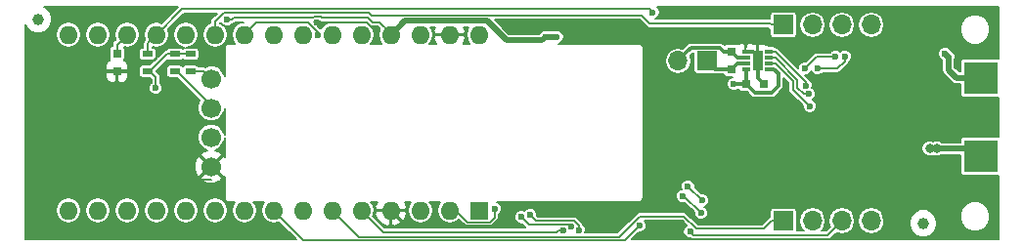
<source format=gbr>
G04 #@! TF.GenerationSoftware,KiCad,Pcbnew,no-vcs-found*
G04 #@! TF.CreationDate,2018-05-22T13:07:31+02:00*
G04 #@! TF.ProjectId,3dsimo_kit,336473696D6F5F6B69742E6B69636164,100A*
G04 #@! TF.SameCoordinates,Original
G04 #@! TF.FileFunction,Copper,L2,Bot,Signal*
G04 #@! TF.FilePolarity,Positive*
%FSLAX46Y46*%
G04 Gerber Fmt 4.6, Leading zero omitted, Abs format (unit mm)*
G04 Created by KiCad (PCBNEW no-vcs-found) date 05/22/18 13:07:31*
%MOMM*%
%LPD*%
G01*
G04 APERTURE LIST*
%ADD10C,0.100000*%
%ADD11O,1.700000X1.700000*%
%ADD12R,1.700000X1.700000*%
%ADD13O,1.600000X1.600000*%
%ADD14R,1.600000X1.600000*%
%ADD15R,0.800000X0.750000*%
%ADD16C,1.000000*%
%ADD17C,1.700000*%
%ADD18R,0.900000X0.850000*%
%ADD19R,0.650000X0.350000*%
%ADD20R,3.000000X2.800000*%
%ADD21R,0.750000X0.800000*%
%ADD22R,0.900000X0.500000*%
%ADD23C,0.600000*%
%ADD24C,0.800000*%
%ADD25C,0.300000*%
%ADD26C,0.500000*%
%ADD27C,0.200000*%
%ADD28C,0.150000*%
%ADD29C,0.350000*%
G04 APERTURE END LIST*
D10*
D11*
X122500000Y-55300000D03*
D12*
X125040000Y-55300000D03*
D13*
X69715000Y-53035000D03*
X69715000Y-68275000D03*
X105275000Y-53035000D03*
X72255000Y-68275000D03*
X102735000Y-53035000D03*
X74795000Y-68275000D03*
X100195000Y-53035000D03*
X77335000Y-68275000D03*
X97655000Y-53035000D03*
X79875000Y-68275000D03*
X95115000Y-53035000D03*
X82415000Y-68275000D03*
X92575000Y-53035000D03*
X84955000Y-68275000D03*
X90035000Y-53035000D03*
X87495000Y-68275000D03*
X87495000Y-53035000D03*
X90035000Y-68275000D03*
X84955000Y-53035000D03*
X92575000Y-68275000D03*
X82415000Y-53035000D03*
X95115000Y-68275000D03*
X79875000Y-53035000D03*
X97655000Y-68275000D03*
X77335000Y-53035000D03*
X100195000Y-68275000D03*
X74795000Y-53035000D03*
X102735000Y-68275000D03*
X72255000Y-53035000D03*
D14*
X105275000Y-68275000D03*
D15*
X128400000Y-57300000D03*
X129900000Y-57300000D03*
D16*
X67125000Y-51675000D03*
X143725000Y-69375000D03*
D11*
X139245000Y-69175000D03*
X136705000Y-69175000D03*
X134165000Y-69175000D03*
D12*
X131625000Y-69175000D03*
X131625000Y-52175000D03*
D11*
X134165000Y-52175000D03*
X136705000Y-52175000D03*
X139245000Y-52175000D03*
D17*
X82100000Y-64470000D03*
X82100000Y-61920000D03*
X82100000Y-59380000D03*
X82100000Y-56840000D03*
D18*
X129400000Y-55675000D03*
X129400000Y-54825000D03*
D19*
X130400000Y-56000000D03*
X130400000Y-55500000D03*
X130400000Y-55000000D03*
X130400000Y-54500000D03*
X128400000Y-54500000D03*
X128400000Y-55000000D03*
X128400000Y-55500000D03*
X128400000Y-56000000D03*
D20*
X148725000Y-56775000D03*
X148725000Y-63575000D03*
D21*
X73950000Y-54700000D03*
X73950000Y-56200000D03*
X127150000Y-56000000D03*
X127150000Y-54500000D03*
D22*
X76600000Y-54700000D03*
X76600000Y-56200000D03*
X80300000Y-56200000D03*
X80300000Y-54700000D03*
X78950000Y-56200000D03*
X78950000Y-54700000D03*
D23*
X127350000Y-57300000D03*
X111525000Y-53199990D03*
X111025000Y-53199990D03*
X112025000Y-53199990D03*
X77300000Y-57650000D03*
X83470816Y-51675021D03*
D24*
X144300000Y-62900000D03*
X144925000Y-62900000D03*
D23*
X120325000Y-51075000D03*
X139249996Y-57200000D03*
X129396103Y-54853897D03*
X129400000Y-55700000D03*
X79278916Y-58321084D03*
X146525000Y-61075000D03*
X143525000Y-55175000D03*
X143025000Y-55175000D03*
X130425000Y-66575000D03*
X91287695Y-51990471D03*
X96425000Y-52475000D03*
X108225000Y-52575000D03*
X107725000Y-52475000D03*
X71825000Y-58375000D03*
X77725000Y-64675000D03*
X70325000Y-64675000D03*
X139125000Y-65175000D03*
X134570283Y-55949988D03*
X136950011Y-54899991D03*
X145925000Y-54975000D03*
X145625000Y-54675000D03*
X91318872Y-53024987D03*
X113219332Y-69681168D03*
X106625000Y-68100010D03*
X108942604Y-68847580D03*
X123550000Y-70100000D03*
X113907435Y-69979550D03*
X109725000Y-68675000D03*
X112552764Y-70024979D03*
X122884425Y-67005744D03*
X124500000Y-68500000D03*
X136150000Y-54950000D03*
X133521603Y-55911744D03*
X133561028Y-57454740D03*
X133794858Y-58167370D03*
X124584459Y-67396204D03*
X123373639Y-66162961D03*
X133911272Y-59224753D03*
X119161971Y-69600048D03*
D25*
X130400000Y-56000000D02*
X130811705Y-56000000D01*
X130811705Y-56000000D02*
X131211547Y-56399842D01*
X131211547Y-56399842D02*
X131211547Y-57438453D01*
X131211547Y-57438453D02*
X130600000Y-58050000D01*
X130600000Y-58050000D02*
X129175000Y-58050000D01*
X128425000Y-57300000D02*
X128400000Y-57300000D01*
X129175000Y-58050000D02*
X128425000Y-57300000D01*
X128400000Y-57300000D02*
X127350000Y-57300000D01*
X128400000Y-56000000D02*
X128400000Y-57300000D01*
D26*
X110725001Y-53499989D02*
X111025000Y-53199990D01*
X105984999Y-51834999D02*
X107649989Y-53499989D01*
X111025000Y-53199990D02*
X111525000Y-53199990D01*
X98855001Y-51834999D02*
X105984999Y-51834999D01*
X97655000Y-53035000D02*
X98855001Y-51834999D01*
X107649989Y-53499989D02*
X110725001Y-53499989D01*
D27*
X77300000Y-57225736D02*
X77300000Y-57650000D01*
X77300000Y-56700000D02*
X77300000Y-57225736D01*
X76800000Y-56200000D02*
X77300000Y-56700000D01*
X76600000Y-56200000D02*
X76800000Y-56200000D01*
X78950000Y-54700000D02*
X78300000Y-54700000D01*
X78300000Y-54700000D02*
X76800000Y-56200000D01*
X80300000Y-54700000D02*
X78950000Y-54700000D01*
X91551697Y-51440469D02*
X91023693Y-51440469D01*
X84048211Y-51521890D02*
X83895080Y-51675021D01*
X91023693Y-51440469D02*
X90942272Y-51521890D01*
X96053991Y-51924999D02*
X95650882Y-51521890D01*
X97655000Y-53035000D02*
X97655000Y-52890998D01*
X96689001Y-51924999D02*
X96053991Y-51924999D01*
X97655000Y-52890998D02*
X96689001Y-51924999D01*
X95650882Y-51521890D02*
X91633118Y-51521890D01*
X90942272Y-51521890D02*
X84048211Y-51521890D01*
X83895080Y-51675021D02*
X83470816Y-51675021D01*
X91633118Y-51521890D02*
X91551697Y-51440469D01*
D26*
X144925000Y-62900000D02*
X144300000Y-62900000D01*
X144925000Y-62900000D02*
X148050000Y-62900000D01*
X148050000Y-62900000D02*
X148725000Y-63575000D01*
D27*
X78950000Y-56200000D02*
X79150000Y-56200000D01*
X79150000Y-56200000D02*
X82100000Y-59150000D01*
X82100000Y-59150000D02*
X82100000Y-59380000D01*
X80300000Y-56200000D02*
X81460000Y-56200000D01*
X81460000Y-56200000D02*
X82100000Y-56840000D01*
X76600000Y-54700000D02*
X76600000Y-53770000D01*
X76600000Y-53770000D02*
X77335000Y-53035000D01*
X90733735Y-50740447D02*
X91841656Y-50740448D01*
X77335000Y-53035000D02*
X79595000Y-50775000D01*
X79595000Y-50775000D02*
X90699181Y-50775001D01*
X90699181Y-50775001D02*
X90733735Y-50740447D01*
X120025001Y-50775001D02*
X120325000Y-51075000D01*
X91841656Y-50740448D02*
X91876208Y-50775000D01*
X91876208Y-50775000D02*
X120025001Y-50775001D01*
D28*
X82125000Y-65555000D02*
X78605000Y-65555000D01*
X78605000Y-65555000D02*
X77725000Y-64675000D01*
D25*
X129096104Y-54553898D02*
X129396103Y-54853897D01*
X129042206Y-54500000D02*
X129096104Y-54553898D01*
X128400000Y-54500000D02*
X129042206Y-54500000D01*
X129400000Y-55675000D02*
X129400000Y-54857794D01*
X129400000Y-54857794D02*
X129396103Y-54853897D01*
X129900000Y-57300000D02*
X129400000Y-56800000D01*
X129400000Y-56800000D02*
X129400000Y-55700000D01*
X129400000Y-56124264D02*
X129400000Y-55700000D01*
X129400000Y-55675000D02*
X129400000Y-55700000D01*
D26*
X143025000Y-55175000D02*
X143525000Y-55175000D01*
D29*
X106420690Y-69700012D02*
X107225000Y-68895702D01*
X97655000Y-68275000D02*
X98854967Y-69474967D01*
X107225000Y-68895702D02*
X107225000Y-68575000D01*
X103904265Y-69474967D02*
X104129310Y-69700012D01*
X98854967Y-69474967D02*
X103904265Y-69474967D01*
X104129310Y-69700012D02*
X106420690Y-69700012D01*
D27*
X95598085Y-51964083D02*
X91738347Y-51964083D01*
X96109002Y-52475000D02*
X95598085Y-51964083D01*
X91711959Y-51990471D02*
X91287695Y-51990471D01*
X91738347Y-51964083D02*
X91711959Y-51990471D01*
X96425000Y-52475000D02*
X96109002Y-52475000D01*
D25*
X108125000Y-52475000D02*
X108225000Y-52575000D01*
X107725000Y-52475000D02*
X108125000Y-52475000D01*
D27*
X136324278Y-55949988D02*
X136950011Y-55324255D01*
X136950011Y-55324255D02*
X136950011Y-54899991D01*
X134570283Y-55949988D02*
X136324278Y-55949988D01*
D25*
X123650001Y-54149999D02*
X123349999Y-54450001D01*
X127150000Y-54500000D02*
X126475000Y-54500000D01*
X126475000Y-54500000D02*
X126124999Y-54149999D01*
X126124999Y-54149999D02*
X123650001Y-54149999D01*
X123349999Y-54450001D02*
X122500000Y-55300000D01*
X128400000Y-55000000D02*
X127650000Y-55000000D01*
X127650000Y-55000000D02*
X127150000Y-54500000D01*
X127150000Y-56000000D02*
X125740000Y-56000000D01*
X125740000Y-56000000D02*
X125040000Y-55300000D01*
X128400000Y-55500000D02*
X127650000Y-55500000D01*
X127650000Y-55500000D02*
X127150000Y-56000000D01*
D27*
X74795000Y-53035000D02*
X73950000Y-53880000D01*
X73950000Y-53880000D02*
X73950000Y-54700000D01*
D26*
X148725000Y-56775000D02*
X146625000Y-56775000D01*
X146625000Y-56775000D02*
X145925000Y-56075000D01*
X145925000Y-56075000D02*
X145925000Y-54975000D01*
X145625000Y-54675000D02*
X145925000Y-54975000D01*
D27*
X82415000Y-53035000D02*
X82415000Y-51903630D01*
X130449999Y-52049999D02*
X130575000Y-52175000D01*
X82415000Y-51903630D02*
X83193619Y-51125011D01*
X83193619Y-51125011D02*
X90844161Y-51125011D01*
X90844161Y-51125011D02*
X90878714Y-51090458D01*
X130575000Y-52175000D02*
X131625000Y-52175000D01*
X90878714Y-51090458D02*
X91696676Y-51090458D01*
X91696676Y-51090458D02*
X91731229Y-51125011D01*
X91731229Y-51125011D02*
X95748993Y-51125011D01*
X95748993Y-51125011D02*
X95958967Y-51334985D01*
X95958967Y-51334985D02*
X119334985Y-51334985D01*
X119334985Y-51334985D02*
X120049999Y-52049999D01*
X120049999Y-52049999D02*
X130449999Y-52049999D01*
X86005001Y-51984999D02*
X90478869Y-51984999D01*
X91318872Y-52825002D02*
X91318872Y-53024987D01*
X84955000Y-53035000D02*
X86005001Y-51984999D01*
X90478869Y-51984999D02*
X91318872Y-52825002D01*
D28*
X108942604Y-68847580D02*
X109595001Y-69499977D01*
X113038141Y-69499977D02*
X113219332Y-69681168D01*
X109595001Y-69499977D02*
X113038141Y-69499977D01*
X106625000Y-68524274D02*
X106625000Y-68100010D01*
X106255001Y-69300001D02*
X106625000Y-68930002D01*
X103269998Y-68275000D02*
X104294999Y-69300001D01*
X102735000Y-68275000D02*
X103269998Y-68275000D01*
X106625000Y-68930002D02*
X106625000Y-68524274D01*
X104294999Y-69300001D02*
X106255001Y-69300001D01*
X135480001Y-70399999D02*
X123849999Y-70399999D01*
X136705000Y-69175000D02*
X135480001Y-70399999D01*
X123849999Y-70399999D02*
X123550000Y-70100000D01*
X109725000Y-68675000D02*
X110200000Y-69150000D01*
X110200000Y-69150000D02*
X113502149Y-69150000D01*
X113907435Y-69555286D02*
X113907435Y-69979550D01*
X113502149Y-69150000D02*
X113907435Y-69555286D01*
X112128500Y-70024979D02*
X112552764Y-70024979D01*
X112028500Y-70124979D02*
X112128500Y-70024979D01*
X95115000Y-68275000D02*
X96964979Y-70124979D01*
X96964979Y-70124979D02*
X112028500Y-70124979D01*
X123024967Y-68799966D02*
X124075001Y-69850000D01*
X117434946Y-70549989D02*
X119184969Y-68799966D01*
X119184969Y-68799966D02*
X123024967Y-68799966D01*
X129950000Y-69850000D02*
X130625000Y-69175000D01*
X92575000Y-68275000D02*
X94849989Y-70549989D01*
X94849989Y-70549989D02*
X117434946Y-70549989D01*
X130625000Y-69175000D02*
X131625000Y-69175000D01*
X124075001Y-69850000D02*
X129950000Y-69850000D01*
X123005744Y-67005744D02*
X122884425Y-67005744D01*
X124500000Y-68500000D02*
X123005744Y-67005744D01*
X135725736Y-54950000D02*
X136150000Y-54950000D01*
X134483347Y-54950000D02*
X135725736Y-54950000D01*
X133521603Y-55911744D02*
X134483347Y-54950000D01*
D27*
X130925000Y-54500000D02*
X133561028Y-57136028D01*
X133561028Y-57136028D02*
X133561028Y-57454740D01*
X130400000Y-54500000D02*
X130925000Y-54500000D01*
X133370594Y-58167370D02*
X133794858Y-58167370D01*
X132849999Y-57646775D02*
X133370594Y-58167370D01*
X130925000Y-55000000D02*
X132849999Y-56924999D01*
X130400000Y-55000000D02*
X130925000Y-55000000D01*
X132849999Y-56924999D02*
X132849999Y-57646775D01*
D28*
X123373639Y-66162961D02*
X124584459Y-67373781D01*
X124584459Y-67373781D02*
X124584459Y-67396204D01*
D27*
X130925000Y-55500000D02*
X132449988Y-57024988D01*
X130400000Y-55500000D02*
X130925000Y-55500000D01*
X133611273Y-58924754D02*
X133911272Y-59224753D01*
X132449988Y-57763469D02*
X133611273Y-58924754D01*
X132449988Y-57024988D02*
X132449988Y-57763469D01*
D28*
X117912019Y-70850000D02*
X118861972Y-69900047D01*
X90070000Y-70850000D02*
X117912019Y-70850000D01*
X118861972Y-69900047D02*
X119161971Y-69600048D01*
X87495000Y-68275000D02*
X90070000Y-70850000D01*
D27*
G36*
X77786632Y-52017683D02*
X77755952Y-51997183D01*
X77335000Y-51913450D01*
X76914048Y-51997183D01*
X76557183Y-52235633D01*
X76318733Y-52592498D01*
X76235000Y-53013450D01*
X76235000Y-53056550D01*
X76318733Y-53477502D01*
X76321969Y-53482345D01*
X76317157Y-53487157D01*
X76230448Y-53616926D01*
X76230448Y-53616927D01*
X76200000Y-53770000D01*
X76200000Y-54144123D01*
X76150000Y-54144123D01*
X76032946Y-54167407D01*
X75933712Y-54233712D01*
X75867407Y-54332946D01*
X75844123Y-54450000D01*
X75844123Y-54950000D01*
X75867407Y-55067054D01*
X75933712Y-55166288D01*
X76032946Y-55232593D01*
X76150000Y-55255877D01*
X77050000Y-55255877D01*
X77167054Y-55232593D01*
X77266288Y-55166288D01*
X77332593Y-55067054D01*
X77355877Y-54950000D01*
X77355877Y-54450000D01*
X77332593Y-54332946D01*
X77266288Y-54233712D01*
X77167054Y-54167407D01*
X77050000Y-54144123D01*
X77000000Y-54144123D01*
X77000000Y-54089914D01*
X77335000Y-54156550D01*
X77755952Y-54072817D01*
X78112817Y-53834367D01*
X78351267Y-53477502D01*
X78435000Y-53056550D01*
X78435000Y-53013450D01*
X78351267Y-52592498D01*
X78348031Y-52587655D01*
X79760685Y-51175000D01*
X82577944Y-51175000D01*
X82132157Y-51620787D01*
X82045448Y-51750556D01*
X82015000Y-51903630D01*
X82015000Y-51993015D01*
X81994048Y-51997183D01*
X81637183Y-52235633D01*
X81398733Y-52592498D01*
X81315000Y-53013450D01*
X81315000Y-53056550D01*
X81398733Y-53477502D01*
X81637183Y-53834367D01*
X81994048Y-54072817D01*
X82415000Y-54156550D01*
X82835952Y-54072817D01*
X83192817Y-53834367D01*
X83431267Y-53477502D01*
X83515000Y-53056550D01*
X83515000Y-53013450D01*
X83431267Y-52592498D01*
X83192817Y-52235633D01*
X82866633Y-52017683D01*
X82934965Y-51949350D01*
X82961864Y-52014450D01*
X83130499Y-52183380D01*
X83350945Y-52274917D01*
X83589640Y-52275125D01*
X83810245Y-52183973D01*
X83925436Y-52068983D01*
X84048154Y-52044573D01*
X84177923Y-51957864D01*
X84213897Y-51921890D01*
X84912569Y-51921890D01*
X84534048Y-51997183D01*
X84177183Y-52235633D01*
X83938733Y-52592498D01*
X83855000Y-53013450D01*
X83855000Y-53056550D01*
X83938733Y-53477502D01*
X84154220Y-53800000D01*
X83625000Y-53800000D01*
X83481494Y-53828545D01*
X83359835Y-53909835D01*
X83278545Y-54031494D01*
X83250000Y-54175000D01*
X83250000Y-56611772D01*
X83075491Y-56189428D01*
X82752273Y-55865646D01*
X82329753Y-55690200D01*
X81872254Y-55689801D01*
X81558253Y-55819544D01*
X81460000Y-55800000D01*
X81010580Y-55800000D01*
X80966288Y-55733712D01*
X80867054Y-55667407D01*
X80750000Y-55644123D01*
X79850000Y-55644123D01*
X79732946Y-55667407D01*
X79633712Y-55733712D01*
X79625000Y-55746751D01*
X79616288Y-55733712D01*
X79517054Y-55667407D01*
X79400000Y-55644123D01*
X78500000Y-55644123D01*
X78382946Y-55667407D01*
X78283712Y-55733712D01*
X78217407Y-55832946D01*
X78194123Y-55950000D01*
X78194123Y-56450000D01*
X78217407Y-56567054D01*
X78283712Y-56666288D01*
X78382946Y-56732593D01*
X78500000Y-56755877D01*
X79140191Y-56755877D01*
X81121654Y-58737340D01*
X80950200Y-59150247D01*
X80949801Y-59607746D01*
X81124509Y-60030572D01*
X81447727Y-60354354D01*
X81870247Y-60529800D01*
X82327746Y-60530199D01*
X82750572Y-60355491D01*
X83074354Y-60032273D01*
X83249800Y-59609753D01*
X83250000Y-59380000D01*
X83250000Y-61691772D01*
X83075491Y-61269428D01*
X82752273Y-60945646D01*
X82329753Y-60770200D01*
X81872254Y-60769801D01*
X81449428Y-60944509D01*
X81125646Y-61267727D01*
X80950200Y-61690247D01*
X80949801Y-62147746D01*
X81124509Y-62570572D01*
X81447727Y-62894354D01*
X81772264Y-63029114D01*
X81281079Y-63229338D01*
X81267165Y-63238635D01*
X81192339Y-63491628D01*
X82100000Y-64399289D01*
X83007661Y-63491628D01*
X82932835Y-63238635D01*
X82431101Y-63027494D01*
X82750572Y-62895491D01*
X83074354Y-62572273D01*
X83249800Y-62149753D01*
X83250000Y-61920430D01*
X83250000Y-63613100D01*
X83078372Y-63562339D01*
X82170711Y-64470000D01*
X83078372Y-65377661D01*
X83250000Y-65326900D01*
X83250000Y-67175000D01*
X83278545Y-67318506D01*
X83359835Y-67440165D01*
X83481494Y-67521455D01*
X83625000Y-67550000D01*
X84127492Y-67550000D01*
X83938733Y-67832498D01*
X83855000Y-68253450D01*
X83855000Y-68296550D01*
X83938733Y-68717502D01*
X84177183Y-69074367D01*
X84534048Y-69312817D01*
X84955000Y-69396550D01*
X85375952Y-69312817D01*
X85732817Y-69074367D01*
X85971267Y-68717502D01*
X86055000Y-68296550D01*
X86055000Y-68253450D01*
X85971267Y-67832498D01*
X85782508Y-67550000D01*
X86667492Y-67550000D01*
X86478733Y-67832498D01*
X86395000Y-68253450D01*
X86395000Y-68296550D01*
X86478733Y-68717502D01*
X86717183Y-69074367D01*
X87074048Y-69312817D01*
X87495000Y-69396550D01*
X87915952Y-69312817D01*
X87967826Y-69278156D01*
X89464670Y-70775000D01*
X66025000Y-70775000D01*
X66025000Y-68253450D01*
X68615000Y-68253450D01*
X68615000Y-68296550D01*
X68698733Y-68717502D01*
X68937183Y-69074367D01*
X69294048Y-69312817D01*
X69715000Y-69396550D01*
X70135952Y-69312817D01*
X70492817Y-69074367D01*
X70731267Y-68717502D01*
X70815000Y-68296550D01*
X70815000Y-68253450D01*
X71155000Y-68253450D01*
X71155000Y-68296550D01*
X71238733Y-68717502D01*
X71477183Y-69074367D01*
X71834048Y-69312817D01*
X72255000Y-69396550D01*
X72675952Y-69312817D01*
X73032817Y-69074367D01*
X73271267Y-68717502D01*
X73355000Y-68296550D01*
X73355000Y-68253450D01*
X73695000Y-68253450D01*
X73695000Y-68296550D01*
X73778733Y-68717502D01*
X74017183Y-69074367D01*
X74374048Y-69312817D01*
X74795000Y-69396550D01*
X75215952Y-69312817D01*
X75572817Y-69074367D01*
X75811267Y-68717502D01*
X75895000Y-68296550D01*
X75895000Y-68253450D01*
X76235000Y-68253450D01*
X76235000Y-68296550D01*
X76318733Y-68717502D01*
X76557183Y-69074367D01*
X76914048Y-69312817D01*
X77335000Y-69396550D01*
X77755952Y-69312817D01*
X78112817Y-69074367D01*
X78351267Y-68717502D01*
X78435000Y-68296550D01*
X78435000Y-68253450D01*
X78775000Y-68253450D01*
X78775000Y-68296550D01*
X78858733Y-68717502D01*
X79097183Y-69074367D01*
X79454048Y-69312817D01*
X79875000Y-69396550D01*
X80295952Y-69312817D01*
X80652817Y-69074367D01*
X80891267Y-68717502D01*
X80975000Y-68296550D01*
X80975000Y-68253450D01*
X81315000Y-68253450D01*
X81315000Y-68296550D01*
X81398733Y-68717502D01*
X81637183Y-69074367D01*
X81994048Y-69312817D01*
X82415000Y-69396550D01*
X82835952Y-69312817D01*
X83192817Y-69074367D01*
X83431267Y-68717502D01*
X83515000Y-68296550D01*
X83515000Y-68253450D01*
X83431267Y-67832498D01*
X83192817Y-67475633D01*
X82835952Y-67237183D01*
X82415000Y-67153450D01*
X81994048Y-67237183D01*
X81637183Y-67475633D01*
X81398733Y-67832498D01*
X81315000Y-68253450D01*
X80975000Y-68253450D01*
X80891267Y-67832498D01*
X80652817Y-67475633D01*
X80295952Y-67237183D01*
X79875000Y-67153450D01*
X79454048Y-67237183D01*
X79097183Y-67475633D01*
X78858733Y-67832498D01*
X78775000Y-68253450D01*
X78435000Y-68253450D01*
X78351267Y-67832498D01*
X78112817Y-67475633D01*
X77755952Y-67237183D01*
X77335000Y-67153450D01*
X76914048Y-67237183D01*
X76557183Y-67475633D01*
X76318733Y-67832498D01*
X76235000Y-68253450D01*
X75895000Y-68253450D01*
X75811267Y-67832498D01*
X75572817Y-67475633D01*
X75215952Y-67237183D01*
X74795000Y-67153450D01*
X74374048Y-67237183D01*
X74017183Y-67475633D01*
X73778733Y-67832498D01*
X73695000Y-68253450D01*
X73355000Y-68253450D01*
X73271267Y-67832498D01*
X73032817Y-67475633D01*
X72675952Y-67237183D01*
X72255000Y-67153450D01*
X71834048Y-67237183D01*
X71477183Y-67475633D01*
X71238733Y-67832498D01*
X71155000Y-68253450D01*
X70815000Y-68253450D01*
X70731267Y-67832498D01*
X70492817Y-67475633D01*
X70135952Y-67237183D01*
X69715000Y-67153450D01*
X69294048Y-67237183D01*
X68937183Y-67475633D01*
X68698733Y-67832498D01*
X68615000Y-68253450D01*
X66025000Y-68253450D01*
X66025000Y-65448372D01*
X81192339Y-65448372D01*
X81267165Y-65701365D01*
X81801784Y-65926345D01*
X82381803Y-65929610D01*
X82918921Y-65710662D01*
X82932835Y-65701365D01*
X83007661Y-65448372D01*
X82100000Y-64540711D01*
X81192339Y-65448372D01*
X66025000Y-65448372D01*
X66025000Y-64751803D01*
X80640390Y-64751803D01*
X80859338Y-65288921D01*
X80868635Y-65302835D01*
X81121628Y-65377661D01*
X82029289Y-64470000D01*
X81121628Y-63562339D01*
X80868635Y-63637165D01*
X80643655Y-64171784D01*
X80640390Y-64751803D01*
X66025000Y-64751803D01*
X66025000Y-56402000D01*
X72967000Y-56402000D01*
X72967000Y-56720939D01*
X73059563Y-56944405D01*
X73230596Y-57115438D01*
X73454062Y-57208000D01*
X73748000Y-57208000D01*
X73900000Y-57056000D01*
X73900000Y-56250000D01*
X74000000Y-56250000D01*
X74000000Y-57056000D01*
X74152000Y-57208000D01*
X74445938Y-57208000D01*
X74669404Y-57115438D01*
X74840437Y-56944405D01*
X74933000Y-56720939D01*
X74933000Y-56402000D01*
X74781000Y-56250000D01*
X74000000Y-56250000D01*
X73900000Y-56250000D01*
X73119000Y-56250000D01*
X72967000Y-56402000D01*
X66025000Y-56402000D01*
X66025000Y-55679061D01*
X72967000Y-55679061D01*
X72967000Y-55998000D01*
X73119000Y-56150000D01*
X73900000Y-56150000D01*
X73900000Y-56130000D01*
X74000000Y-56130000D01*
X74000000Y-56150000D01*
X74781000Y-56150000D01*
X74933000Y-55998000D01*
X74933000Y-55950000D01*
X75844123Y-55950000D01*
X75844123Y-56450000D01*
X75867407Y-56567054D01*
X75933712Y-56666288D01*
X76032946Y-56732593D01*
X76150000Y-56755877D01*
X76790191Y-56755877D01*
X76900000Y-56865686D01*
X76900000Y-57201513D01*
X76791641Y-57309683D01*
X76700104Y-57530129D01*
X76699896Y-57768824D01*
X76791048Y-57989429D01*
X76959683Y-58158359D01*
X77180129Y-58249896D01*
X77418824Y-58250104D01*
X77639429Y-58158952D01*
X77808359Y-57990317D01*
X77899896Y-57769871D01*
X77900104Y-57531176D01*
X77808952Y-57310571D01*
X77700000Y-57201428D01*
X77700000Y-56700005D01*
X77700001Y-56700000D01*
X77669552Y-56546926D01*
X77582843Y-56417157D01*
X77365686Y-56200000D01*
X78353061Y-55212625D01*
X78382946Y-55232593D01*
X78500000Y-55255877D01*
X79400000Y-55255877D01*
X79517054Y-55232593D01*
X79616288Y-55166288D01*
X79625000Y-55153249D01*
X79633712Y-55166288D01*
X79732946Y-55232593D01*
X79850000Y-55255877D01*
X80750000Y-55255877D01*
X80867054Y-55232593D01*
X80966288Y-55166288D01*
X81032593Y-55067054D01*
X81055877Y-54950000D01*
X81055877Y-54450000D01*
X81032593Y-54332946D01*
X80966288Y-54233712D01*
X80867054Y-54167407D01*
X80750000Y-54144123D01*
X79937474Y-54144123D01*
X80295952Y-54072817D01*
X80652817Y-53834367D01*
X80891267Y-53477502D01*
X80975000Y-53056550D01*
X80975000Y-53013450D01*
X80891267Y-52592498D01*
X80652817Y-52235633D01*
X80295952Y-51997183D01*
X79875000Y-51913450D01*
X79454048Y-51997183D01*
X79097183Y-52235633D01*
X78858733Y-52592498D01*
X78775000Y-53013450D01*
X78775000Y-53056550D01*
X78858733Y-53477502D01*
X79097183Y-53834367D01*
X79454048Y-54072817D01*
X79831263Y-54147850D01*
X79732946Y-54167407D01*
X79633712Y-54233712D01*
X79625000Y-54246751D01*
X79616288Y-54233712D01*
X79517054Y-54167407D01*
X79400000Y-54144123D01*
X78500000Y-54144123D01*
X78382946Y-54167407D01*
X78283712Y-54233712D01*
X78230135Y-54313897D01*
X78146927Y-54330448D01*
X78017157Y-54417157D01*
X78017155Y-54417160D01*
X76790191Y-55644123D01*
X76150000Y-55644123D01*
X76032946Y-55667407D01*
X75933712Y-55733712D01*
X75867407Y-55832946D01*
X75844123Y-55950000D01*
X74933000Y-55950000D01*
X74933000Y-55679061D01*
X74840437Y-55455595D01*
X74669404Y-55284562D01*
X74585663Y-55249875D01*
X74607593Y-55217054D01*
X74630877Y-55100000D01*
X74630877Y-54300000D01*
X74607593Y-54182946D01*
X74558527Y-54109512D01*
X74795000Y-54156550D01*
X75215952Y-54072817D01*
X75572817Y-53834367D01*
X75811267Y-53477502D01*
X75895000Y-53056550D01*
X75895000Y-53013450D01*
X75811267Y-52592498D01*
X75572817Y-52235633D01*
X75215952Y-51997183D01*
X74795000Y-51913450D01*
X74374048Y-51997183D01*
X74017183Y-52235633D01*
X73778733Y-52592498D01*
X73695000Y-53013450D01*
X73695000Y-53056550D01*
X73778733Y-53477502D01*
X73781969Y-53482345D01*
X73667157Y-53597157D01*
X73580448Y-53726926D01*
X73571880Y-53770000D01*
X73550000Y-53880000D01*
X73550000Y-53999096D01*
X73457946Y-54017407D01*
X73358712Y-54083712D01*
X73292407Y-54182946D01*
X73269123Y-54300000D01*
X73269123Y-55100000D01*
X73292407Y-55217054D01*
X73314337Y-55249875D01*
X73230596Y-55284562D01*
X73059563Y-55455595D01*
X72967000Y-55679061D01*
X66025000Y-55679061D01*
X66025000Y-53013450D01*
X68615000Y-53013450D01*
X68615000Y-53056550D01*
X68698733Y-53477502D01*
X68937183Y-53834367D01*
X69294048Y-54072817D01*
X69715000Y-54156550D01*
X70135952Y-54072817D01*
X70492817Y-53834367D01*
X70731267Y-53477502D01*
X70815000Y-53056550D01*
X70815000Y-53013450D01*
X71155000Y-53013450D01*
X71155000Y-53056550D01*
X71238733Y-53477502D01*
X71477183Y-53834367D01*
X71834048Y-54072817D01*
X72255000Y-54156550D01*
X72675952Y-54072817D01*
X73032817Y-53834367D01*
X73271267Y-53477502D01*
X73355000Y-53056550D01*
X73355000Y-53013450D01*
X73271267Y-52592498D01*
X73032817Y-52235633D01*
X72675952Y-51997183D01*
X72255000Y-51913450D01*
X71834048Y-51997183D01*
X71477183Y-52235633D01*
X71238733Y-52592498D01*
X71155000Y-53013450D01*
X70815000Y-53013450D01*
X70731267Y-52592498D01*
X70492817Y-52235633D01*
X70135952Y-51997183D01*
X69715000Y-51913450D01*
X69294048Y-51997183D01*
X68937183Y-52235633D01*
X68698733Y-52592498D01*
X68615000Y-53013450D01*
X66025000Y-53013450D01*
X66025000Y-52155167D01*
X66107097Y-52353857D01*
X66444367Y-52691717D01*
X66885258Y-52874791D01*
X67362647Y-52875207D01*
X67803857Y-52692903D01*
X68141717Y-52355633D01*
X68324791Y-51914742D01*
X68325207Y-51437353D01*
X68142903Y-50996143D01*
X67805633Y-50658283D01*
X67605065Y-50575000D01*
X79229315Y-50575000D01*
X77786632Y-52017683D01*
X77786632Y-52017683D01*
G37*
X77786632Y-52017683D02*
X77755952Y-51997183D01*
X77335000Y-51913450D01*
X76914048Y-51997183D01*
X76557183Y-52235633D01*
X76318733Y-52592498D01*
X76235000Y-53013450D01*
X76235000Y-53056550D01*
X76318733Y-53477502D01*
X76321969Y-53482345D01*
X76317157Y-53487157D01*
X76230448Y-53616926D01*
X76230448Y-53616927D01*
X76200000Y-53770000D01*
X76200000Y-54144123D01*
X76150000Y-54144123D01*
X76032946Y-54167407D01*
X75933712Y-54233712D01*
X75867407Y-54332946D01*
X75844123Y-54450000D01*
X75844123Y-54950000D01*
X75867407Y-55067054D01*
X75933712Y-55166288D01*
X76032946Y-55232593D01*
X76150000Y-55255877D01*
X77050000Y-55255877D01*
X77167054Y-55232593D01*
X77266288Y-55166288D01*
X77332593Y-55067054D01*
X77355877Y-54950000D01*
X77355877Y-54450000D01*
X77332593Y-54332946D01*
X77266288Y-54233712D01*
X77167054Y-54167407D01*
X77050000Y-54144123D01*
X77000000Y-54144123D01*
X77000000Y-54089914D01*
X77335000Y-54156550D01*
X77755952Y-54072817D01*
X78112817Y-53834367D01*
X78351267Y-53477502D01*
X78435000Y-53056550D01*
X78435000Y-53013450D01*
X78351267Y-52592498D01*
X78348031Y-52587655D01*
X79760685Y-51175000D01*
X82577944Y-51175000D01*
X82132157Y-51620787D01*
X82045448Y-51750556D01*
X82015000Y-51903630D01*
X82015000Y-51993015D01*
X81994048Y-51997183D01*
X81637183Y-52235633D01*
X81398733Y-52592498D01*
X81315000Y-53013450D01*
X81315000Y-53056550D01*
X81398733Y-53477502D01*
X81637183Y-53834367D01*
X81994048Y-54072817D01*
X82415000Y-54156550D01*
X82835952Y-54072817D01*
X83192817Y-53834367D01*
X83431267Y-53477502D01*
X83515000Y-53056550D01*
X83515000Y-53013450D01*
X83431267Y-52592498D01*
X83192817Y-52235633D01*
X82866633Y-52017683D01*
X82934965Y-51949350D01*
X82961864Y-52014450D01*
X83130499Y-52183380D01*
X83350945Y-52274917D01*
X83589640Y-52275125D01*
X83810245Y-52183973D01*
X83925436Y-52068983D01*
X84048154Y-52044573D01*
X84177923Y-51957864D01*
X84213897Y-51921890D01*
X84912569Y-51921890D01*
X84534048Y-51997183D01*
X84177183Y-52235633D01*
X83938733Y-52592498D01*
X83855000Y-53013450D01*
X83855000Y-53056550D01*
X83938733Y-53477502D01*
X84154220Y-53800000D01*
X83625000Y-53800000D01*
X83481494Y-53828545D01*
X83359835Y-53909835D01*
X83278545Y-54031494D01*
X83250000Y-54175000D01*
X83250000Y-56611772D01*
X83075491Y-56189428D01*
X82752273Y-55865646D01*
X82329753Y-55690200D01*
X81872254Y-55689801D01*
X81558253Y-55819544D01*
X81460000Y-55800000D01*
X81010580Y-55800000D01*
X80966288Y-55733712D01*
X80867054Y-55667407D01*
X80750000Y-55644123D01*
X79850000Y-55644123D01*
X79732946Y-55667407D01*
X79633712Y-55733712D01*
X79625000Y-55746751D01*
X79616288Y-55733712D01*
X79517054Y-55667407D01*
X79400000Y-55644123D01*
X78500000Y-55644123D01*
X78382946Y-55667407D01*
X78283712Y-55733712D01*
X78217407Y-55832946D01*
X78194123Y-55950000D01*
X78194123Y-56450000D01*
X78217407Y-56567054D01*
X78283712Y-56666288D01*
X78382946Y-56732593D01*
X78500000Y-56755877D01*
X79140191Y-56755877D01*
X81121654Y-58737340D01*
X80950200Y-59150247D01*
X80949801Y-59607746D01*
X81124509Y-60030572D01*
X81447727Y-60354354D01*
X81870247Y-60529800D01*
X82327746Y-60530199D01*
X82750572Y-60355491D01*
X83074354Y-60032273D01*
X83249800Y-59609753D01*
X83250000Y-59380000D01*
X83250000Y-61691772D01*
X83075491Y-61269428D01*
X82752273Y-60945646D01*
X82329753Y-60770200D01*
X81872254Y-60769801D01*
X81449428Y-60944509D01*
X81125646Y-61267727D01*
X80950200Y-61690247D01*
X80949801Y-62147746D01*
X81124509Y-62570572D01*
X81447727Y-62894354D01*
X81772264Y-63029114D01*
X81281079Y-63229338D01*
X81267165Y-63238635D01*
X81192339Y-63491628D01*
X82100000Y-64399289D01*
X83007661Y-63491628D01*
X82932835Y-63238635D01*
X82431101Y-63027494D01*
X82750572Y-62895491D01*
X83074354Y-62572273D01*
X83249800Y-62149753D01*
X83250000Y-61920430D01*
X83250000Y-63613100D01*
X83078372Y-63562339D01*
X82170711Y-64470000D01*
X83078372Y-65377661D01*
X83250000Y-65326900D01*
X83250000Y-67175000D01*
X83278545Y-67318506D01*
X83359835Y-67440165D01*
X83481494Y-67521455D01*
X83625000Y-67550000D01*
X84127492Y-67550000D01*
X83938733Y-67832498D01*
X83855000Y-68253450D01*
X83855000Y-68296550D01*
X83938733Y-68717502D01*
X84177183Y-69074367D01*
X84534048Y-69312817D01*
X84955000Y-69396550D01*
X85375952Y-69312817D01*
X85732817Y-69074367D01*
X85971267Y-68717502D01*
X86055000Y-68296550D01*
X86055000Y-68253450D01*
X85971267Y-67832498D01*
X85782508Y-67550000D01*
X86667492Y-67550000D01*
X86478733Y-67832498D01*
X86395000Y-68253450D01*
X86395000Y-68296550D01*
X86478733Y-68717502D01*
X86717183Y-69074367D01*
X87074048Y-69312817D01*
X87495000Y-69396550D01*
X87915952Y-69312817D01*
X87967826Y-69278156D01*
X89464670Y-70775000D01*
X66025000Y-70775000D01*
X66025000Y-68253450D01*
X68615000Y-68253450D01*
X68615000Y-68296550D01*
X68698733Y-68717502D01*
X68937183Y-69074367D01*
X69294048Y-69312817D01*
X69715000Y-69396550D01*
X70135952Y-69312817D01*
X70492817Y-69074367D01*
X70731267Y-68717502D01*
X70815000Y-68296550D01*
X70815000Y-68253450D01*
X71155000Y-68253450D01*
X71155000Y-68296550D01*
X71238733Y-68717502D01*
X71477183Y-69074367D01*
X71834048Y-69312817D01*
X72255000Y-69396550D01*
X72675952Y-69312817D01*
X73032817Y-69074367D01*
X73271267Y-68717502D01*
X73355000Y-68296550D01*
X73355000Y-68253450D01*
X73695000Y-68253450D01*
X73695000Y-68296550D01*
X73778733Y-68717502D01*
X74017183Y-69074367D01*
X74374048Y-69312817D01*
X74795000Y-69396550D01*
X75215952Y-69312817D01*
X75572817Y-69074367D01*
X75811267Y-68717502D01*
X75895000Y-68296550D01*
X75895000Y-68253450D01*
X76235000Y-68253450D01*
X76235000Y-68296550D01*
X76318733Y-68717502D01*
X76557183Y-69074367D01*
X76914048Y-69312817D01*
X77335000Y-69396550D01*
X77755952Y-69312817D01*
X78112817Y-69074367D01*
X78351267Y-68717502D01*
X78435000Y-68296550D01*
X78435000Y-68253450D01*
X78775000Y-68253450D01*
X78775000Y-68296550D01*
X78858733Y-68717502D01*
X79097183Y-69074367D01*
X79454048Y-69312817D01*
X79875000Y-69396550D01*
X80295952Y-69312817D01*
X80652817Y-69074367D01*
X80891267Y-68717502D01*
X80975000Y-68296550D01*
X80975000Y-68253450D01*
X81315000Y-68253450D01*
X81315000Y-68296550D01*
X81398733Y-68717502D01*
X81637183Y-69074367D01*
X81994048Y-69312817D01*
X82415000Y-69396550D01*
X82835952Y-69312817D01*
X83192817Y-69074367D01*
X83431267Y-68717502D01*
X83515000Y-68296550D01*
X83515000Y-68253450D01*
X83431267Y-67832498D01*
X83192817Y-67475633D01*
X82835952Y-67237183D01*
X82415000Y-67153450D01*
X81994048Y-67237183D01*
X81637183Y-67475633D01*
X81398733Y-67832498D01*
X81315000Y-68253450D01*
X80975000Y-68253450D01*
X80891267Y-67832498D01*
X80652817Y-67475633D01*
X80295952Y-67237183D01*
X79875000Y-67153450D01*
X79454048Y-67237183D01*
X79097183Y-67475633D01*
X78858733Y-67832498D01*
X78775000Y-68253450D01*
X78435000Y-68253450D01*
X78351267Y-67832498D01*
X78112817Y-67475633D01*
X77755952Y-67237183D01*
X77335000Y-67153450D01*
X76914048Y-67237183D01*
X76557183Y-67475633D01*
X76318733Y-67832498D01*
X76235000Y-68253450D01*
X75895000Y-68253450D01*
X75811267Y-67832498D01*
X75572817Y-67475633D01*
X75215952Y-67237183D01*
X74795000Y-67153450D01*
X74374048Y-67237183D01*
X74017183Y-67475633D01*
X73778733Y-67832498D01*
X73695000Y-68253450D01*
X73355000Y-68253450D01*
X73271267Y-67832498D01*
X73032817Y-67475633D01*
X72675952Y-67237183D01*
X72255000Y-67153450D01*
X71834048Y-67237183D01*
X71477183Y-67475633D01*
X71238733Y-67832498D01*
X71155000Y-68253450D01*
X70815000Y-68253450D01*
X70731267Y-67832498D01*
X70492817Y-67475633D01*
X70135952Y-67237183D01*
X69715000Y-67153450D01*
X69294048Y-67237183D01*
X68937183Y-67475633D01*
X68698733Y-67832498D01*
X68615000Y-68253450D01*
X66025000Y-68253450D01*
X66025000Y-65448372D01*
X81192339Y-65448372D01*
X81267165Y-65701365D01*
X81801784Y-65926345D01*
X82381803Y-65929610D01*
X82918921Y-65710662D01*
X82932835Y-65701365D01*
X83007661Y-65448372D01*
X82100000Y-64540711D01*
X81192339Y-65448372D01*
X66025000Y-65448372D01*
X66025000Y-64751803D01*
X80640390Y-64751803D01*
X80859338Y-65288921D01*
X80868635Y-65302835D01*
X81121628Y-65377661D01*
X82029289Y-64470000D01*
X81121628Y-63562339D01*
X80868635Y-63637165D01*
X80643655Y-64171784D01*
X80640390Y-64751803D01*
X66025000Y-64751803D01*
X66025000Y-56402000D01*
X72967000Y-56402000D01*
X72967000Y-56720939D01*
X73059563Y-56944405D01*
X73230596Y-57115438D01*
X73454062Y-57208000D01*
X73748000Y-57208000D01*
X73900000Y-57056000D01*
X73900000Y-56250000D01*
X74000000Y-56250000D01*
X74000000Y-57056000D01*
X74152000Y-57208000D01*
X74445938Y-57208000D01*
X74669404Y-57115438D01*
X74840437Y-56944405D01*
X74933000Y-56720939D01*
X74933000Y-56402000D01*
X74781000Y-56250000D01*
X74000000Y-56250000D01*
X73900000Y-56250000D01*
X73119000Y-56250000D01*
X72967000Y-56402000D01*
X66025000Y-56402000D01*
X66025000Y-55679061D01*
X72967000Y-55679061D01*
X72967000Y-55998000D01*
X73119000Y-56150000D01*
X73900000Y-56150000D01*
X73900000Y-56130000D01*
X74000000Y-56130000D01*
X74000000Y-56150000D01*
X74781000Y-56150000D01*
X74933000Y-55998000D01*
X74933000Y-55950000D01*
X75844123Y-55950000D01*
X75844123Y-56450000D01*
X75867407Y-56567054D01*
X75933712Y-56666288D01*
X76032946Y-56732593D01*
X76150000Y-56755877D01*
X76790191Y-56755877D01*
X76900000Y-56865686D01*
X76900000Y-57201513D01*
X76791641Y-57309683D01*
X76700104Y-57530129D01*
X76699896Y-57768824D01*
X76791048Y-57989429D01*
X76959683Y-58158359D01*
X77180129Y-58249896D01*
X77418824Y-58250104D01*
X77639429Y-58158952D01*
X77808359Y-57990317D01*
X77899896Y-57769871D01*
X77900104Y-57531176D01*
X77808952Y-57310571D01*
X77700000Y-57201428D01*
X77700000Y-56700005D01*
X77700001Y-56700000D01*
X77669552Y-56546926D01*
X77582843Y-56417157D01*
X77365686Y-56200000D01*
X78353061Y-55212625D01*
X78382946Y-55232593D01*
X78500000Y-55255877D01*
X79400000Y-55255877D01*
X79517054Y-55232593D01*
X79616288Y-55166288D01*
X79625000Y-55153249D01*
X79633712Y-55166288D01*
X79732946Y-55232593D01*
X79850000Y-55255877D01*
X80750000Y-55255877D01*
X80867054Y-55232593D01*
X80966288Y-55166288D01*
X81032593Y-55067054D01*
X81055877Y-54950000D01*
X81055877Y-54450000D01*
X81032593Y-54332946D01*
X80966288Y-54233712D01*
X80867054Y-54167407D01*
X80750000Y-54144123D01*
X79937474Y-54144123D01*
X80295952Y-54072817D01*
X80652817Y-53834367D01*
X80891267Y-53477502D01*
X80975000Y-53056550D01*
X80975000Y-53013450D01*
X80891267Y-52592498D01*
X80652817Y-52235633D01*
X80295952Y-51997183D01*
X79875000Y-51913450D01*
X79454048Y-51997183D01*
X79097183Y-52235633D01*
X78858733Y-52592498D01*
X78775000Y-53013450D01*
X78775000Y-53056550D01*
X78858733Y-53477502D01*
X79097183Y-53834367D01*
X79454048Y-54072817D01*
X79831263Y-54147850D01*
X79732946Y-54167407D01*
X79633712Y-54233712D01*
X79625000Y-54246751D01*
X79616288Y-54233712D01*
X79517054Y-54167407D01*
X79400000Y-54144123D01*
X78500000Y-54144123D01*
X78382946Y-54167407D01*
X78283712Y-54233712D01*
X78230135Y-54313897D01*
X78146927Y-54330448D01*
X78017157Y-54417157D01*
X78017155Y-54417160D01*
X76790191Y-55644123D01*
X76150000Y-55644123D01*
X76032946Y-55667407D01*
X75933712Y-55733712D01*
X75867407Y-55832946D01*
X75844123Y-55950000D01*
X74933000Y-55950000D01*
X74933000Y-55679061D01*
X74840437Y-55455595D01*
X74669404Y-55284562D01*
X74585663Y-55249875D01*
X74607593Y-55217054D01*
X74630877Y-55100000D01*
X74630877Y-54300000D01*
X74607593Y-54182946D01*
X74558527Y-54109512D01*
X74795000Y-54156550D01*
X75215952Y-54072817D01*
X75572817Y-53834367D01*
X75811267Y-53477502D01*
X75895000Y-53056550D01*
X75895000Y-53013450D01*
X75811267Y-52592498D01*
X75572817Y-52235633D01*
X75215952Y-51997183D01*
X74795000Y-51913450D01*
X74374048Y-51997183D01*
X74017183Y-52235633D01*
X73778733Y-52592498D01*
X73695000Y-53013450D01*
X73695000Y-53056550D01*
X73778733Y-53477502D01*
X73781969Y-53482345D01*
X73667157Y-53597157D01*
X73580448Y-53726926D01*
X73571880Y-53770000D01*
X73550000Y-53880000D01*
X73550000Y-53999096D01*
X73457946Y-54017407D01*
X73358712Y-54083712D01*
X73292407Y-54182946D01*
X73269123Y-54300000D01*
X73269123Y-55100000D01*
X73292407Y-55217054D01*
X73314337Y-55249875D01*
X73230596Y-55284562D01*
X73059563Y-55455595D01*
X72967000Y-55679061D01*
X66025000Y-55679061D01*
X66025000Y-53013450D01*
X68615000Y-53013450D01*
X68615000Y-53056550D01*
X68698733Y-53477502D01*
X68937183Y-53834367D01*
X69294048Y-54072817D01*
X69715000Y-54156550D01*
X70135952Y-54072817D01*
X70492817Y-53834367D01*
X70731267Y-53477502D01*
X70815000Y-53056550D01*
X70815000Y-53013450D01*
X71155000Y-53013450D01*
X71155000Y-53056550D01*
X71238733Y-53477502D01*
X71477183Y-53834367D01*
X71834048Y-54072817D01*
X72255000Y-54156550D01*
X72675952Y-54072817D01*
X73032817Y-53834367D01*
X73271267Y-53477502D01*
X73355000Y-53056550D01*
X73355000Y-53013450D01*
X73271267Y-52592498D01*
X73032817Y-52235633D01*
X72675952Y-51997183D01*
X72255000Y-51913450D01*
X71834048Y-51997183D01*
X71477183Y-52235633D01*
X71238733Y-52592498D01*
X71155000Y-53013450D01*
X70815000Y-53013450D01*
X70731267Y-52592498D01*
X70492817Y-52235633D01*
X70135952Y-51997183D01*
X69715000Y-51913450D01*
X69294048Y-51997183D01*
X68937183Y-52235633D01*
X68698733Y-52592498D01*
X68615000Y-53013450D01*
X66025000Y-53013450D01*
X66025000Y-52155167D01*
X66107097Y-52353857D01*
X66444367Y-52691717D01*
X66885258Y-52874791D01*
X67362647Y-52875207D01*
X67803857Y-52692903D01*
X68141717Y-52355633D01*
X68324791Y-51914742D01*
X68325207Y-51437353D01*
X68142903Y-50996143D01*
X67805633Y-50658283D01*
X67605065Y-50575000D01*
X79229315Y-50575000D01*
X77786632Y-52017683D01*
G36*
X150225000Y-55069123D02*
X147225000Y-55069123D01*
X147107946Y-55092407D01*
X147008712Y-55158712D01*
X146942407Y-55257946D01*
X146919123Y-55375000D01*
X146919123Y-56225000D01*
X146852817Y-56225000D01*
X146475000Y-55847182D01*
X146475000Y-55215034D01*
X146524896Y-55094871D01*
X146525104Y-54856176D01*
X146433952Y-54635571D01*
X146265317Y-54466641D01*
X146172119Y-54427942D01*
X146133952Y-54335571D01*
X145965317Y-54166641D01*
X145744871Y-54075104D01*
X145506176Y-54074896D01*
X145285571Y-54166048D01*
X145116641Y-54334683D01*
X145025104Y-54555129D01*
X145024896Y-54793824D01*
X145116048Y-55014429D01*
X145284683Y-55183359D01*
X145375000Y-55220862D01*
X145375000Y-56075000D01*
X145416866Y-56285476D01*
X145536091Y-56463909D01*
X146236089Y-57163906D01*
X146236091Y-57163909D01*
X146405678Y-57277223D01*
X146414524Y-57283134D01*
X146625000Y-57325000D01*
X146919123Y-57325000D01*
X146919123Y-58175000D01*
X146942407Y-58292054D01*
X147008712Y-58391288D01*
X147107946Y-58457593D01*
X147225000Y-58480877D01*
X150225000Y-58480877D01*
X150225000Y-61869123D01*
X147225000Y-61869123D01*
X147107946Y-61892407D01*
X147008712Y-61958712D01*
X146942407Y-62057946D01*
X146919123Y-62175000D01*
X146919123Y-62350000D01*
X145365046Y-62350000D01*
X145322036Y-62306915D01*
X145064850Y-62200122D01*
X144786372Y-62199879D01*
X144612390Y-62271767D01*
X144439850Y-62200122D01*
X144161372Y-62199879D01*
X143904000Y-62306223D01*
X143706915Y-62502964D01*
X143600122Y-62760150D01*
X143599879Y-63038628D01*
X143706223Y-63296000D01*
X143902964Y-63493085D01*
X144160150Y-63599878D01*
X144438628Y-63600121D01*
X144612610Y-63528233D01*
X144785150Y-63599878D01*
X145063628Y-63600121D01*
X145321000Y-63493777D01*
X145364854Y-63450000D01*
X146919123Y-63450000D01*
X146919123Y-64975000D01*
X146942407Y-65092054D01*
X147008712Y-65191288D01*
X147107946Y-65257593D01*
X147225000Y-65280877D01*
X150225000Y-65280877D01*
X150225000Y-70775000D01*
X118517349Y-70775000D01*
X119092361Y-70199988D01*
X119280795Y-70200152D01*
X119501400Y-70109000D01*
X119670330Y-69940365D01*
X119761867Y-69719919D01*
X119762075Y-69481224D01*
X119670923Y-69260619D01*
X119585420Y-69174966D01*
X122869637Y-69174966D01*
X123263747Y-69569076D01*
X123210571Y-69591048D01*
X123041641Y-69759683D01*
X122950104Y-69980129D01*
X122949896Y-70218824D01*
X123041048Y-70439429D01*
X123209683Y-70608359D01*
X123430129Y-70699896D01*
X123637084Y-70700076D01*
X123706493Y-70746454D01*
X123849999Y-70774999D01*
X135480001Y-70774999D01*
X135623508Y-70746454D01*
X135745166Y-70665164D01*
X136196231Y-70214099D01*
X136264914Y-70259991D01*
X136705000Y-70347530D01*
X137145086Y-70259991D01*
X137518173Y-70010703D01*
X137767461Y-69637616D01*
X137855000Y-69197530D01*
X137855000Y-69152470D01*
X138095000Y-69152470D01*
X138095000Y-69197530D01*
X138182539Y-69637616D01*
X138431827Y-70010703D01*
X138804914Y-70259991D01*
X139245000Y-70347530D01*
X139685086Y-70259991D01*
X140058173Y-70010703D01*
X140307461Y-69637616D01*
X140312427Y-69612647D01*
X142524793Y-69612647D01*
X142707097Y-70053857D01*
X143044367Y-70391717D01*
X143485258Y-70574791D01*
X143962647Y-70575207D01*
X144403857Y-70392903D01*
X144741717Y-70055633D01*
X144924791Y-69614742D01*
X144925207Y-69137353D01*
X144881863Y-69032452D01*
X146924774Y-69032452D01*
X147122271Y-69510429D01*
X147487647Y-69876444D01*
X147965279Y-70074774D01*
X148482452Y-70075226D01*
X148960429Y-69877729D01*
X149326444Y-69512353D01*
X149524774Y-69034721D01*
X149525226Y-68517548D01*
X149327729Y-68039571D01*
X148962353Y-67673556D01*
X148484721Y-67475226D01*
X147967548Y-67474774D01*
X147489571Y-67672271D01*
X147123556Y-68037647D01*
X146925226Y-68515279D01*
X146924774Y-69032452D01*
X144881863Y-69032452D01*
X144742903Y-68696143D01*
X144405633Y-68358283D01*
X143964742Y-68175209D01*
X143487353Y-68174793D01*
X143046143Y-68357097D01*
X142708283Y-68694367D01*
X142525209Y-69135258D01*
X142524793Y-69612647D01*
X140312427Y-69612647D01*
X140395000Y-69197530D01*
X140395000Y-69152470D01*
X140307461Y-68712384D01*
X140058173Y-68339297D01*
X139685086Y-68090009D01*
X139245000Y-68002470D01*
X138804914Y-68090009D01*
X138431827Y-68339297D01*
X138182539Y-68712384D01*
X138095000Y-69152470D01*
X137855000Y-69152470D01*
X137767461Y-68712384D01*
X137518173Y-68339297D01*
X137145086Y-68090009D01*
X136705000Y-68002470D01*
X136264914Y-68090009D01*
X135891827Y-68339297D01*
X135642539Y-68712384D01*
X135555000Y-69152470D01*
X135555000Y-69197530D01*
X135642539Y-69637616D01*
X135670383Y-69679287D01*
X135324671Y-70024999D01*
X134956777Y-70024999D01*
X134978173Y-70010703D01*
X135227461Y-69637616D01*
X135315000Y-69197530D01*
X135315000Y-69152470D01*
X135227461Y-68712384D01*
X134978173Y-68339297D01*
X134605086Y-68090009D01*
X134165000Y-68002470D01*
X133724914Y-68090009D01*
X133351827Y-68339297D01*
X133102539Y-68712384D01*
X133015000Y-69152470D01*
X133015000Y-69197530D01*
X133102539Y-69637616D01*
X133351827Y-70010703D01*
X133373223Y-70024999D01*
X132780877Y-70024999D01*
X132780877Y-68325000D01*
X132757593Y-68207946D01*
X132691288Y-68108712D01*
X132592054Y-68042407D01*
X132475000Y-68019123D01*
X130775000Y-68019123D01*
X130657946Y-68042407D01*
X130558712Y-68108712D01*
X130492407Y-68207946D01*
X130469123Y-68325000D01*
X130469123Y-68836810D01*
X130359835Y-68909835D01*
X129794670Y-69475000D01*
X124230331Y-69475000D01*
X123290132Y-68534801D01*
X123168474Y-68453511D01*
X123024967Y-68424966D01*
X119184969Y-68424966D01*
X119041462Y-68453511D01*
X118919804Y-68534801D01*
X117279616Y-70174989D01*
X114475952Y-70174989D01*
X114507331Y-70099421D01*
X114507539Y-69860726D01*
X114416387Y-69640121D01*
X114270176Y-69493654D01*
X114265590Y-69470598D01*
X114253890Y-69411779D01*
X114172600Y-69290121D01*
X113767314Y-68884835D01*
X113645656Y-68803545D01*
X113502149Y-68775000D01*
X110355330Y-68775000D01*
X110324940Y-68744610D01*
X110325104Y-68556176D01*
X110233952Y-68335571D01*
X110065317Y-68166641D01*
X109844871Y-68075104D01*
X109606176Y-68074896D01*
X109385571Y-68166048D01*
X109232901Y-68318451D01*
X109062475Y-68247684D01*
X108823780Y-68247476D01*
X108603175Y-68338628D01*
X108434245Y-68507263D01*
X108342708Y-68727709D01*
X108342500Y-68966404D01*
X108433652Y-69187009D01*
X108602287Y-69355939D01*
X108822733Y-69447476D01*
X109012335Y-69447641D01*
X109314673Y-69749979D01*
X97120309Y-69749979D01*
X96113869Y-68743539D01*
X96131267Y-68717502D01*
X96165678Y-68544506D01*
X96273030Y-68544506D01*
X96481362Y-69052848D01*
X96868369Y-69442770D01*
X97375134Y-69654909D01*
X97385495Y-69656966D01*
X97605000Y-69530004D01*
X97605000Y-68325000D01*
X97705000Y-68325000D01*
X97705000Y-69530004D01*
X97924505Y-69656966D01*
X97934866Y-69654909D01*
X98441631Y-69442770D01*
X98828638Y-69052848D01*
X99036970Y-68544506D01*
X98910116Y-68325000D01*
X97705000Y-68325000D01*
X97605000Y-68325000D01*
X96399884Y-68325000D01*
X96273030Y-68544506D01*
X96165678Y-68544506D01*
X96215000Y-68296550D01*
X96215000Y-68253450D01*
X96131267Y-67832498D01*
X95942508Y-67550000D01*
X96459703Y-67550000D01*
X96273030Y-68005494D01*
X96399884Y-68225000D01*
X97605000Y-68225000D01*
X97605000Y-68205000D01*
X97705000Y-68205000D01*
X97705000Y-68225000D01*
X98910116Y-68225000D01*
X99036970Y-68005494D01*
X98850297Y-67550000D01*
X99367492Y-67550000D01*
X99178733Y-67832498D01*
X99095000Y-68253450D01*
X99095000Y-68296550D01*
X99178733Y-68717502D01*
X99417183Y-69074367D01*
X99774048Y-69312817D01*
X100195000Y-69396550D01*
X100615952Y-69312817D01*
X100972817Y-69074367D01*
X101211267Y-68717502D01*
X101295000Y-68296550D01*
X101295000Y-68253450D01*
X101211267Y-67832498D01*
X101022508Y-67550000D01*
X101907492Y-67550000D01*
X101718733Y-67832498D01*
X101635000Y-68253450D01*
X101635000Y-68296550D01*
X101718733Y-68717502D01*
X101957183Y-69074367D01*
X102314048Y-69312817D01*
X102735000Y-69396550D01*
X103155952Y-69312817D01*
X103512817Y-69074367D01*
X103523318Y-69058650D01*
X104029834Y-69565166D01*
X104151492Y-69646456D01*
X104294999Y-69675001D01*
X106255001Y-69675001D01*
X106398508Y-69646456D01*
X106520166Y-69565166D01*
X106890165Y-69195167D01*
X106971455Y-69073508D01*
X107000000Y-68930002D01*
X107000000Y-68573453D01*
X107133359Y-68440327D01*
X107224896Y-68219881D01*
X107225104Y-67981186D01*
X107133952Y-67760581D01*
X106965317Y-67591651D01*
X106865010Y-67550000D01*
X119125000Y-67550000D01*
X119268506Y-67521455D01*
X119390165Y-67440165D01*
X119471455Y-67318506D01*
X119500000Y-67175000D01*
X119500000Y-67124568D01*
X122284321Y-67124568D01*
X122375473Y-67345173D01*
X122544108Y-67514103D01*
X122764554Y-67605640D01*
X123003249Y-67605848D01*
X123054388Y-67584718D01*
X123900060Y-68430390D01*
X123899896Y-68618824D01*
X123991048Y-68839429D01*
X124159683Y-69008359D01*
X124380129Y-69099896D01*
X124618824Y-69100104D01*
X124839429Y-69008952D01*
X125008359Y-68840317D01*
X125099896Y-68619871D01*
X125100104Y-68381176D01*
X125008952Y-68160571D01*
X124840317Y-67991641D01*
X124777603Y-67965600D01*
X124923888Y-67905156D01*
X125092818Y-67736521D01*
X125184355Y-67516075D01*
X125184563Y-67277380D01*
X125093411Y-67056775D01*
X124924776Y-66887845D01*
X124704330Y-66796308D01*
X124537170Y-66796162D01*
X123973579Y-66232571D01*
X123973743Y-66044137D01*
X123882591Y-65823532D01*
X123713956Y-65654602D01*
X123493510Y-65563065D01*
X123254815Y-65562857D01*
X123034210Y-65654009D01*
X122865280Y-65822644D01*
X122773743Y-66043090D01*
X122773535Y-66281785D01*
X122824732Y-66405692D01*
X122765601Y-66405640D01*
X122544996Y-66496792D01*
X122376066Y-66665427D01*
X122284529Y-66885873D01*
X122284321Y-67124568D01*
X119500000Y-67124568D01*
X119500000Y-55277470D01*
X121350000Y-55277470D01*
X121350000Y-55322530D01*
X121437539Y-55762616D01*
X121686827Y-56135703D01*
X122059914Y-56384991D01*
X122500000Y-56472530D01*
X122940086Y-56384991D01*
X123313173Y-56135703D01*
X123562461Y-55762616D01*
X123650000Y-55322530D01*
X123650000Y-55277470D01*
X123568525Y-54867871D01*
X123836397Y-54599999D01*
X123884123Y-54599999D01*
X123884123Y-56150000D01*
X123907407Y-56267054D01*
X123973712Y-56366288D01*
X124072946Y-56432593D01*
X124190000Y-56455877D01*
X125890000Y-56455877D01*
X125919545Y-56450000D01*
X126479069Y-56450000D01*
X126492407Y-56517054D01*
X126558712Y-56616288D01*
X126657946Y-56682593D01*
X126775000Y-56705877D01*
X127216701Y-56705877D01*
X127010571Y-56791048D01*
X126841641Y-56959683D01*
X126750104Y-57180129D01*
X126749896Y-57418824D01*
X126841048Y-57639429D01*
X127009683Y-57808359D01*
X127230129Y-57899896D01*
X127468824Y-57900104D01*
X127689429Y-57808952D01*
X127715576Y-57782850D01*
X127717407Y-57792054D01*
X127783712Y-57891288D01*
X127882946Y-57957593D01*
X128000000Y-57980877D01*
X128469481Y-57980877D01*
X128856802Y-58368198D01*
X129002792Y-58465746D01*
X129175000Y-58500000D01*
X130600000Y-58500000D01*
X130772208Y-58465746D01*
X130918198Y-58368198D01*
X131529745Y-57756651D01*
X131557077Y-57715746D01*
X131627293Y-57610661D01*
X131661547Y-57438453D01*
X131661547Y-56802233D01*
X132049988Y-57190674D01*
X132049988Y-57763469D01*
X132080436Y-57916543D01*
X132167145Y-58046312D01*
X133311301Y-59190468D01*
X133311168Y-59343577D01*
X133402320Y-59564182D01*
X133570955Y-59733112D01*
X133791401Y-59824649D01*
X134030096Y-59824857D01*
X134250701Y-59733705D01*
X134419631Y-59565070D01*
X134511168Y-59344624D01*
X134511376Y-59105929D01*
X134420224Y-58885324D01*
X134251589Y-58716394D01*
X134140397Y-58670223D01*
X134303217Y-58507687D01*
X134394754Y-58287241D01*
X134394962Y-58048546D01*
X134303810Y-57827941D01*
X134135175Y-57659011D01*
X134127245Y-57655718D01*
X134160924Y-57574611D01*
X134161132Y-57335916D01*
X134069980Y-57115311D01*
X133915853Y-56960914D01*
X133843871Y-56853185D01*
X133843868Y-56853183D01*
X133502413Y-56511728D01*
X133640427Y-56511848D01*
X133861032Y-56420696D01*
X134029962Y-56252061D01*
X134037949Y-56232827D01*
X134061331Y-56289417D01*
X134229966Y-56458347D01*
X134450412Y-56549884D01*
X134689107Y-56550092D01*
X134909712Y-56458940D01*
X135018855Y-56349988D01*
X136324278Y-56349988D01*
X136477352Y-56319540D01*
X136607121Y-56232831D01*
X137232854Y-55607098D01*
X137319563Y-55477329D01*
X137343999Y-55354479D01*
X137458370Y-55240308D01*
X137549907Y-55019862D01*
X137550115Y-54781167D01*
X137458963Y-54560562D01*
X137290328Y-54391632D01*
X137069882Y-54300095D01*
X136831187Y-54299887D01*
X136610582Y-54391039D01*
X136525043Y-54476428D01*
X136490317Y-54441641D01*
X136269871Y-54350104D01*
X136031176Y-54349896D01*
X135810571Y-54441048D01*
X135676385Y-54575000D01*
X134483347Y-54575000D01*
X134339841Y-54603545D01*
X134330655Y-54609683D01*
X134218182Y-54684835D01*
X133591213Y-55311804D01*
X133402779Y-55311640D01*
X133182174Y-55402792D01*
X133013244Y-55571427D01*
X132921707Y-55791873D01*
X132921586Y-55930901D01*
X131207843Y-54217157D01*
X131078074Y-54130448D01*
X130929627Y-54100920D01*
X130842054Y-54042407D01*
X130725000Y-54019123D01*
X130328965Y-54019123D01*
X130194405Y-53884563D01*
X129970939Y-53792000D01*
X129602000Y-53792000D01*
X129450000Y-53944000D01*
X129450000Y-54775000D01*
X129469000Y-54775000D01*
X129450000Y-54794000D01*
X129450000Y-55706000D01*
X129469000Y-55725000D01*
X129450000Y-55725000D01*
X129450000Y-55745000D01*
X129350000Y-55745000D01*
X129350000Y-55725000D01*
X129331000Y-55725000D01*
X129350000Y-55706000D01*
X129350000Y-54794000D01*
X129333000Y-54777000D01*
X129333000Y-54775000D01*
X129350000Y-54775000D01*
X129350000Y-53944000D01*
X129198000Y-53792000D01*
X129027004Y-53792000D01*
X128845939Y-53717000D01*
X128602000Y-53717000D01*
X128450000Y-53869000D01*
X128450000Y-54040158D01*
X128434562Y-54055596D01*
X128350000Y-54259748D01*
X128350000Y-53869000D01*
X128198000Y-53717000D01*
X127954061Y-53717000D01*
X127730595Y-53809563D01*
X127690429Y-53849729D01*
X127642054Y-53817407D01*
X127525000Y-53794123D01*
X126775000Y-53794123D01*
X126657946Y-53817407D01*
X126558712Y-53883712D01*
X126533236Y-53921840D01*
X126443197Y-53831801D01*
X126414832Y-53812848D01*
X126297207Y-53734253D01*
X126124999Y-53699999D01*
X123650001Y-53699999D01*
X123477793Y-53734253D01*
X123360168Y-53812848D01*
X123331803Y-53831801D01*
X122945187Y-54218417D01*
X122940086Y-54215009D01*
X122500000Y-54127470D01*
X122059914Y-54215009D01*
X121686827Y-54464297D01*
X121437539Y-54837384D01*
X121350000Y-55277470D01*
X119500000Y-55277470D01*
X119500000Y-54175176D01*
X119500035Y-54175000D01*
X119471490Y-54031494D01*
X119390200Y-53909835D01*
X119268541Y-53828545D01*
X119125035Y-53800000D01*
X112144051Y-53800000D01*
X112364429Y-53708942D01*
X112533359Y-53540307D01*
X112624896Y-53319861D01*
X112625104Y-53081166D01*
X112533952Y-52860561D01*
X112365317Y-52691631D01*
X112144871Y-52600094D01*
X111906176Y-52599886D01*
X111774950Y-52654107D01*
X111644871Y-52600094D01*
X111406176Y-52599886D01*
X111284915Y-52649990D01*
X111265034Y-52649990D01*
X111144871Y-52600094D01*
X110906176Y-52599886D01*
X110685571Y-52691038D01*
X110516641Y-52859673D01*
X110479139Y-52949989D01*
X107877806Y-52949989D01*
X106662803Y-51734985D01*
X119169299Y-51734985D01*
X119767154Y-52332839D01*
X119767156Y-52332842D01*
X119896926Y-52419551D01*
X120049999Y-52449999D01*
X130284313Y-52449999D01*
X130292157Y-52457843D01*
X130421926Y-52544552D01*
X130469123Y-52553940D01*
X130469123Y-53025000D01*
X130492407Y-53142054D01*
X130558712Y-53241288D01*
X130657946Y-53307593D01*
X130775000Y-53330877D01*
X132475000Y-53330877D01*
X132592054Y-53307593D01*
X132691288Y-53241288D01*
X132757593Y-53142054D01*
X132780877Y-53025000D01*
X132780877Y-52152470D01*
X133015000Y-52152470D01*
X133015000Y-52197530D01*
X133102539Y-52637616D01*
X133351827Y-53010703D01*
X133724914Y-53259991D01*
X134165000Y-53347530D01*
X134605086Y-53259991D01*
X134978173Y-53010703D01*
X135227461Y-52637616D01*
X135315000Y-52197530D01*
X135315000Y-52152470D01*
X135555000Y-52152470D01*
X135555000Y-52197530D01*
X135642539Y-52637616D01*
X135891827Y-53010703D01*
X136264914Y-53259991D01*
X136705000Y-53347530D01*
X137145086Y-53259991D01*
X137518173Y-53010703D01*
X137767461Y-52637616D01*
X137855000Y-52197530D01*
X137855000Y-52152470D01*
X138095000Y-52152470D01*
X138095000Y-52197530D01*
X138182539Y-52637616D01*
X138431827Y-53010703D01*
X138804914Y-53259991D01*
X139245000Y-53347530D01*
X139685086Y-53259991D01*
X140058173Y-53010703D01*
X140177276Y-52832452D01*
X146924774Y-52832452D01*
X147122271Y-53310429D01*
X147487647Y-53676444D01*
X147965279Y-53874774D01*
X148482452Y-53875226D01*
X148960429Y-53677729D01*
X149326444Y-53312353D01*
X149524774Y-52834721D01*
X149525226Y-52317548D01*
X149327729Y-51839571D01*
X148962353Y-51473556D01*
X148484721Y-51275226D01*
X147967548Y-51274774D01*
X147489571Y-51472271D01*
X147123556Y-51837647D01*
X146925226Y-52315279D01*
X146924774Y-52832452D01*
X140177276Y-52832452D01*
X140307461Y-52637616D01*
X140395000Y-52197530D01*
X140395000Y-52152470D01*
X140307461Y-51712384D01*
X140058173Y-51339297D01*
X139685086Y-51090009D01*
X139245000Y-51002470D01*
X138804914Y-51090009D01*
X138431827Y-51339297D01*
X138182539Y-51712384D01*
X138095000Y-52152470D01*
X137855000Y-52152470D01*
X137767461Y-51712384D01*
X137518173Y-51339297D01*
X137145086Y-51090009D01*
X136705000Y-51002470D01*
X136264914Y-51090009D01*
X135891827Y-51339297D01*
X135642539Y-51712384D01*
X135555000Y-52152470D01*
X135315000Y-52152470D01*
X135227461Y-51712384D01*
X134978173Y-51339297D01*
X134605086Y-51090009D01*
X134165000Y-51002470D01*
X133724914Y-51090009D01*
X133351827Y-51339297D01*
X133102539Y-51712384D01*
X133015000Y-52152470D01*
X132780877Y-52152470D01*
X132780877Y-51325000D01*
X132757593Y-51207946D01*
X132691288Y-51108712D01*
X132592054Y-51042407D01*
X132475000Y-51019123D01*
X130775000Y-51019123D01*
X130657946Y-51042407D01*
X130558712Y-51108712D01*
X130492407Y-51207946D01*
X130469123Y-51325000D01*
X130469123Y-51653803D01*
X130449999Y-51649999D01*
X120504583Y-51649999D01*
X120664429Y-51583952D01*
X120833359Y-51415317D01*
X120924896Y-51194871D01*
X120925104Y-50956176D01*
X120833952Y-50735571D01*
X120673661Y-50575000D01*
X150225000Y-50575000D01*
X150225000Y-55069123D01*
X150225000Y-55069123D01*
G37*
X150225000Y-55069123D02*
X147225000Y-55069123D01*
X147107946Y-55092407D01*
X147008712Y-55158712D01*
X146942407Y-55257946D01*
X146919123Y-55375000D01*
X146919123Y-56225000D01*
X146852817Y-56225000D01*
X146475000Y-55847182D01*
X146475000Y-55215034D01*
X146524896Y-55094871D01*
X146525104Y-54856176D01*
X146433952Y-54635571D01*
X146265317Y-54466641D01*
X146172119Y-54427942D01*
X146133952Y-54335571D01*
X145965317Y-54166641D01*
X145744871Y-54075104D01*
X145506176Y-54074896D01*
X145285571Y-54166048D01*
X145116641Y-54334683D01*
X145025104Y-54555129D01*
X145024896Y-54793824D01*
X145116048Y-55014429D01*
X145284683Y-55183359D01*
X145375000Y-55220862D01*
X145375000Y-56075000D01*
X145416866Y-56285476D01*
X145536091Y-56463909D01*
X146236089Y-57163906D01*
X146236091Y-57163909D01*
X146405678Y-57277223D01*
X146414524Y-57283134D01*
X146625000Y-57325000D01*
X146919123Y-57325000D01*
X146919123Y-58175000D01*
X146942407Y-58292054D01*
X147008712Y-58391288D01*
X147107946Y-58457593D01*
X147225000Y-58480877D01*
X150225000Y-58480877D01*
X150225000Y-61869123D01*
X147225000Y-61869123D01*
X147107946Y-61892407D01*
X147008712Y-61958712D01*
X146942407Y-62057946D01*
X146919123Y-62175000D01*
X146919123Y-62350000D01*
X145365046Y-62350000D01*
X145322036Y-62306915D01*
X145064850Y-62200122D01*
X144786372Y-62199879D01*
X144612390Y-62271767D01*
X144439850Y-62200122D01*
X144161372Y-62199879D01*
X143904000Y-62306223D01*
X143706915Y-62502964D01*
X143600122Y-62760150D01*
X143599879Y-63038628D01*
X143706223Y-63296000D01*
X143902964Y-63493085D01*
X144160150Y-63599878D01*
X144438628Y-63600121D01*
X144612610Y-63528233D01*
X144785150Y-63599878D01*
X145063628Y-63600121D01*
X145321000Y-63493777D01*
X145364854Y-63450000D01*
X146919123Y-63450000D01*
X146919123Y-64975000D01*
X146942407Y-65092054D01*
X147008712Y-65191288D01*
X147107946Y-65257593D01*
X147225000Y-65280877D01*
X150225000Y-65280877D01*
X150225000Y-70775000D01*
X118517349Y-70775000D01*
X119092361Y-70199988D01*
X119280795Y-70200152D01*
X119501400Y-70109000D01*
X119670330Y-69940365D01*
X119761867Y-69719919D01*
X119762075Y-69481224D01*
X119670923Y-69260619D01*
X119585420Y-69174966D01*
X122869637Y-69174966D01*
X123263747Y-69569076D01*
X123210571Y-69591048D01*
X123041641Y-69759683D01*
X122950104Y-69980129D01*
X122949896Y-70218824D01*
X123041048Y-70439429D01*
X123209683Y-70608359D01*
X123430129Y-70699896D01*
X123637084Y-70700076D01*
X123706493Y-70746454D01*
X123849999Y-70774999D01*
X135480001Y-70774999D01*
X135623508Y-70746454D01*
X135745166Y-70665164D01*
X136196231Y-70214099D01*
X136264914Y-70259991D01*
X136705000Y-70347530D01*
X137145086Y-70259991D01*
X137518173Y-70010703D01*
X137767461Y-69637616D01*
X137855000Y-69197530D01*
X137855000Y-69152470D01*
X138095000Y-69152470D01*
X138095000Y-69197530D01*
X138182539Y-69637616D01*
X138431827Y-70010703D01*
X138804914Y-70259991D01*
X139245000Y-70347530D01*
X139685086Y-70259991D01*
X140058173Y-70010703D01*
X140307461Y-69637616D01*
X140312427Y-69612647D01*
X142524793Y-69612647D01*
X142707097Y-70053857D01*
X143044367Y-70391717D01*
X143485258Y-70574791D01*
X143962647Y-70575207D01*
X144403857Y-70392903D01*
X144741717Y-70055633D01*
X144924791Y-69614742D01*
X144925207Y-69137353D01*
X144881863Y-69032452D01*
X146924774Y-69032452D01*
X147122271Y-69510429D01*
X147487647Y-69876444D01*
X147965279Y-70074774D01*
X148482452Y-70075226D01*
X148960429Y-69877729D01*
X149326444Y-69512353D01*
X149524774Y-69034721D01*
X149525226Y-68517548D01*
X149327729Y-68039571D01*
X148962353Y-67673556D01*
X148484721Y-67475226D01*
X147967548Y-67474774D01*
X147489571Y-67672271D01*
X147123556Y-68037647D01*
X146925226Y-68515279D01*
X146924774Y-69032452D01*
X144881863Y-69032452D01*
X144742903Y-68696143D01*
X144405633Y-68358283D01*
X143964742Y-68175209D01*
X143487353Y-68174793D01*
X143046143Y-68357097D01*
X142708283Y-68694367D01*
X142525209Y-69135258D01*
X142524793Y-69612647D01*
X140312427Y-69612647D01*
X140395000Y-69197530D01*
X140395000Y-69152470D01*
X140307461Y-68712384D01*
X140058173Y-68339297D01*
X139685086Y-68090009D01*
X139245000Y-68002470D01*
X138804914Y-68090009D01*
X138431827Y-68339297D01*
X138182539Y-68712384D01*
X138095000Y-69152470D01*
X137855000Y-69152470D01*
X137767461Y-68712384D01*
X137518173Y-68339297D01*
X137145086Y-68090009D01*
X136705000Y-68002470D01*
X136264914Y-68090009D01*
X135891827Y-68339297D01*
X135642539Y-68712384D01*
X135555000Y-69152470D01*
X135555000Y-69197530D01*
X135642539Y-69637616D01*
X135670383Y-69679287D01*
X135324671Y-70024999D01*
X134956777Y-70024999D01*
X134978173Y-70010703D01*
X135227461Y-69637616D01*
X135315000Y-69197530D01*
X135315000Y-69152470D01*
X135227461Y-68712384D01*
X134978173Y-68339297D01*
X134605086Y-68090009D01*
X134165000Y-68002470D01*
X133724914Y-68090009D01*
X133351827Y-68339297D01*
X133102539Y-68712384D01*
X133015000Y-69152470D01*
X133015000Y-69197530D01*
X133102539Y-69637616D01*
X133351827Y-70010703D01*
X133373223Y-70024999D01*
X132780877Y-70024999D01*
X132780877Y-68325000D01*
X132757593Y-68207946D01*
X132691288Y-68108712D01*
X132592054Y-68042407D01*
X132475000Y-68019123D01*
X130775000Y-68019123D01*
X130657946Y-68042407D01*
X130558712Y-68108712D01*
X130492407Y-68207946D01*
X130469123Y-68325000D01*
X130469123Y-68836810D01*
X130359835Y-68909835D01*
X129794670Y-69475000D01*
X124230331Y-69475000D01*
X123290132Y-68534801D01*
X123168474Y-68453511D01*
X123024967Y-68424966D01*
X119184969Y-68424966D01*
X119041462Y-68453511D01*
X118919804Y-68534801D01*
X117279616Y-70174989D01*
X114475952Y-70174989D01*
X114507331Y-70099421D01*
X114507539Y-69860726D01*
X114416387Y-69640121D01*
X114270176Y-69493654D01*
X114265590Y-69470598D01*
X114253890Y-69411779D01*
X114172600Y-69290121D01*
X113767314Y-68884835D01*
X113645656Y-68803545D01*
X113502149Y-68775000D01*
X110355330Y-68775000D01*
X110324940Y-68744610D01*
X110325104Y-68556176D01*
X110233952Y-68335571D01*
X110065317Y-68166641D01*
X109844871Y-68075104D01*
X109606176Y-68074896D01*
X109385571Y-68166048D01*
X109232901Y-68318451D01*
X109062475Y-68247684D01*
X108823780Y-68247476D01*
X108603175Y-68338628D01*
X108434245Y-68507263D01*
X108342708Y-68727709D01*
X108342500Y-68966404D01*
X108433652Y-69187009D01*
X108602287Y-69355939D01*
X108822733Y-69447476D01*
X109012335Y-69447641D01*
X109314673Y-69749979D01*
X97120309Y-69749979D01*
X96113869Y-68743539D01*
X96131267Y-68717502D01*
X96165678Y-68544506D01*
X96273030Y-68544506D01*
X96481362Y-69052848D01*
X96868369Y-69442770D01*
X97375134Y-69654909D01*
X97385495Y-69656966D01*
X97605000Y-69530004D01*
X97605000Y-68325000D01*
X97705000Y-68325000D01*
X97705000Y-69530004D01*
X97924505Y-69656966D01*
X97934866Y-69654909D01*
X98441631Y-69442770D01*
X98828638Y-69052848D01*
X99036970Y-68544506D01*
X98910116Y-68325000D01*
X97705000Y-68325000D01*
X97605000Y-68325000D01*
X96399884Y-68325000D01*
X96273030Y-68544506D01*
X96165678Y-68544506D01*
X96215000Y-68296550D01*
X96215000Y-68253450D01*
X96131267Y-67832498D01*
X95942508Y-67550000D01*
X96459703Y-67550000D01*
X96273030Y-68005494D01*
X96399884Y-68225000D01*
X97605000Y-68225000D01*
X97605000Y-68205000D01*
X97705000Y-68205000D01*
X97705000Y-68225000D01*
X98910116Y-68225000D01*
X99036970Y-68005494D01*
X98850297Y-67550000D01*
X99367492Y-67550000D01*
X99178733Y-67832498D01*
X99095000Y-68253450D01*
X99095000Y-68296550D01*
X99178733Y-68717502D01*
X99417183Y-69074367D01*
X99774048Y-69312817D01*
X100195000Y-69396550D01*
X100615952Y-69312817D01*
X100972817Y-69074367D01*
X101211267Y-68717502D01*
X101295000Y-68296550D01*
X101295000Y-68253450D01*
X101211267Y-67832498D01*
X101022508Y-67550000D01*
X101907492Y-67550000D01*
X101718733Y-67832498D01*
X101635000Y-68253450D01*
X101635000Y-68296550D01*
X101718733Y-68717502D01*
X101957183Y-69074367D01*
X102314048Y-69312817D01*
X102735000Y-69396550D01*
X103155952Y-69312817D01*
X103512817Y-69074367D01*
X103523318Y-69058650D01*
X104029834Y-69565166D01*
X104151492Y-69646456D01*
X104294999Y-69675001D01*
X106255001Y-69675001D01*
X106398508Y-69646456D01*
X106520166Y-69565166D01*
X106890165Y-69195167D01*
X106971455Y-69073508D01*
X107000000Y-68930002D01*
X107000000Y-68573453D01*
X107133359Y-68440327D01*
X107224896Y-68219881D01*
X107225104Y-67981186D01*
X107133952Y-67760581D01*
X106965317Y-67591651D01*
X106865010Y-67550000D01*
X119125000Y-67550000D01*
X119268506Y-67521455D01*
X119390165Y-67440165D01*
X119471455Y-67318506D01*
X119500000Y-67175000D01*
X119500000Y-67124568D01*
X122284321Y-67124568D01*
X122375473Y-67345173D01*
X122544108Y-67514103D01*
X122764554Y-67605640D01*
X123003249Y-67605848D01*
X123054388Y-67584718D01*
X123900060Y-68430390D01*
X123899896Y-68618824D01*
X123991048Y-68839429D01*
X124159683Y-69008359D01*
X124380129Y-69099896D01*
X124618824Y-69100104D01*
X124839429Y-69008952D01*
X125008359Y-68840317D01*
X125099896Y-68619871D01*
X125100104Y-68381176D01*
X125008952Y-68160571D01*
X124840317Y-67991641D01*
X124777603Y-67965600D01*
X124923888Y-67905156D01*
X125092818Y-67736521D01*
X125184355Y-67516075D01*
X125184563Y-67277380D01*
X125093411Y-67056775D01*
X124924776Y-66887845D01*
X124704330Y-66796308D01*
X124537170Y-66796162D01*
X123973579Y-66232571D01*
X123973743Y-66044137D01*
X123882591Y-65823532D01*
X123713956Y-65654602D01*
X123493510Y-65563065D01*
X123254815Y-65562857D01*
X123034210Y-65654009D01*
X122865280Y-65822644D01*
X122773743Y-66043090D01*
X122773535Y-66281785D01*
X122824732Y-66405692D01*
X122765601Y-66405640D01*
X122544996Y-66496792D01*
X122376066Y-66665427D01*
X122284529Y-66885873D01*
X122284321Y-67124568D01*
X119500000Y-67124568D01*
X119500000Y-55277470D01*
X121350000Y-55277470D01*
X121350000Y-55322530D01*
X121437539Y-55762616D01*
X121686827Y-56135703D01*
X122059914Y-56384991D01*
X122500000Y-56472530D01*
X122940086Y-56384991D01*
X123313173Y-56135703D01*
X123562461Y-55762616D01*
X123650000Y-55322530D01*
X123650000Y-55277470D01*
X123568525Y-54867871D01*
X123836397Y-54599999D01*
X123884123Y-54599999D01*
X123884123Y-56150000D01*
X123907407Y-56267054D01*
X123973712Y-56366288D01*
X124072946Y-56432593D01*
X124190000Y-56455877D01*
X125890000Y-56455877D01*
X125919545Y-56450000D01*
X126479069Y-56450000D01*
X126492407Y-56517054D01*
X126558712Y-56616288D01*
X126657946Y-56682593D01*
X126775000Y-56705877D01*
X127216701Y-56705877D01*
X127010571Y-56791048D01*
X126841641Y-56959683D01*
X126750104Y-57180129D01*
X126749896Y-57418824D01*
X126841048Y-57639429D01*
X127009683Y-57808359D01*
X127230129Y-57899896D01*
X127468824Y-57900104D01*
X127689429Y-57808952D01*
X127715576Y-57782850D01*
X127717407Y-57792054D01*
X127783712Y-57891288D01*
X127882946Y-57957593D01*
X128000000Y-57980877D01*
X128469481Y-57980877D01*
X128856802Y-58368198D01*
X129002792Y-58465746D01*
X129175000Y-58500000D01*
X130600000Y-58500000D01*
X130772208Y-58465746D01*
X130918198Y-58368198D01*
X131529745Y-57756651D01*
X131557077Y-57715746D01*
X131627293Y-57610661D01*
X131661547Y-57438453D01*
X131661547Y-56802233D01*
X132049988Y-57190674D01*
X132049988Y-57763469D01*
X132080436Y-57916543D01*
X132167145Y-58046312D01*
X133311301Y-59190468D01*
X133311168Y-59343577D01*
X133402320Y-59564182D01*
X133570955Y-59733112D01*
X133791401Y-59824649D01*
X134030096Y-59824857D01*
X134250701Y-59733705D01*
X134419631Y-59565070D01*
X134511168Y-59344624D01*
X134511376Y-59105929D01*
X134420224Y-58885324D01*
X134251589Y-58716394D01*
X134140397Y-58670223D01*
X134303217Y-58507687D01*
X134394754Y-58287241D01*
X134394962Y-58048546D01*
X134303810Y-57827941D01*
X134135175Y-57659011D01*
X134127245Y-57655718D01*
X134160924Y-57574611D01*
X134161132Y-57335916D01*
X134069980Y-57115311D01*
X133915853Y-56960914D01*
X133843871Y-56853185D01*
X133843868Y-56853183D01*
X133502413Y-56511728D01*
X133640427Y-56511848D01*
X133861032Y-56420696D01*
X134029962Y-56252061D01*
X134037949Y-56232827D01*
X134061331Y-56289417D01*
X134229966Y-56458347D01*
X134450412Y-56549884D01*
X134689107Y-56550092D01*
X134909712Y-56458940D01*
X135018855Y-56349988D01*
X136324278Y-56349988D01*
X136477352Y-56319540D01*
X136607121Y-56232831D01*
X137232854Y-55607098D01*
X137319563Y-55477329D01*
X137343999Y-55354479D01*
X137458370Y-55240308D01*
X137549907Y-55019862D01*
X137550115Y-54781167D01*
X137458963Y-54560562D01*
X137290328Y-54391632D01*
X137069882Y-54300095D01*
X136831187Y-54299887D01*
X136610582Y-54391039D01*
X136525043Y-54476428D01*
X136490317Y-54441641D01*
X136269871Y-54350104D01*
X136031176Y-54349896D01*
X135810571Y-54441048D01*
X135676385Y-54575000D01*
X134483347Y-54575000D01*
X134339841Y-54603545D01*
X134330655Y-54609683D01*
X134218182Y-54684835D01*
X133591213Y-55311804D01*
X133402779Y-55311640D01*
X133182174Y-55402792D01*
X133013244Y-55571427D01*
X132921707Y-55791873D01*
X132921586Y-55930901D01*
X131207843Y-54217157D01*
X131078074Y-54130448D01*
X130929627Y-54100920D01*
X130842054Y-54042407D01*
X130725000Y-54019123D01*
X130328965Y-54019123D01*
X130194405Y-53884563D01*
X129970939Y-53792000D01*
X129602000Y-53792000D01*
X129450000Y-53944000D01*
X129450000Y-54775000D01*
X129469000Y-54775000D01*
X129450000Y-54794000D01*
X129450000Y-55706000D01*
X129469000Y-55725000D01*
X129450000Y-55725000D01*
X129450000Y-55745000D01*
X129350000Y-55745000D01*
X129350000Y-55725000D01*
X129331000Y-55725000D01*
X129350000Y-55706000D01*
X129350000Y-54794000D01*
X129333000Y-54777000D01*
X129333000Y-54775000D01*
X129350000Y-54775000D01*
X129350000Y-53944000D01*
X129198000Y-53792000D01*
X129027004Y-53792000D01*
X128845939Y-53717000D01*
X128602000Y-53717000D01*
X128450000Y-53869000D01*
X128450000Y-54040158D01*
X128434562Y-54055596D01*
X128350000Y-54259748D01*
X128350000Y-53869000D01*
X128198000Y-53717000D01*
X127954061Y-53717000D01*
X127730595Y-53809563D01*
X127690429Y-53849729D01*
X127642054Y-53817407D01*
X127525000Y-53794123D01*
X126775000Y-53794123D01*
X126657946Y-53817407D01*
X126558712Y-53883712D01*
X126533236Y-53921840D01*
X126443197Y-53831801D01*
X126414832Y-53812848D01*
X126297207Y-53734253D01*
X126124999Y-53699999D01*
X123650001Y-53699999D01*
X123477793Y-53734253D01*
X123360168Y-53812848D01*
X123331803Y-53831801D01*
X122945187Y-54218417D01*
X122940086Y-54215009D01*
X122500000Y-54127470D01*
X122059914Y-54215009D01*
X121686827Y-54464297D01*
X121437539Y-54837384D01*
X121350000Y-55277470D01*
X119500000Y-55277470D01*
X119500000Y-54175176D01*
X119500035Y-54175000D01*
X119471490Y-54031494D01*
X119390200Y-53909835D01*
X119268541Y-53828545D01*
X119125035Y-53800000D01*
X112144051Y-53800000D01*
X112364429Y-53708942D01*
X112533359Y-53540307D01*
X112624896Y-53319861D01*
X112625104Y-53081166D01*
X112533952Y-52860561D01*
X112365317Y-52691631D01*
X112144871Y-52600094D01*
X111906176Y-52599886D01*
X111774950Y-52654107D01*
X111644871Y-52600094D01*
X111406176Y-52599886D01*
X111284915Y-52649990D01*
X111265034Y-52649990D01*
X111144871Y-52600094D01*
X110906176Y-52599886D01*
X110685571Y-52691038D01*
X110516641Y-52859673D01*
X110479139Y-52949989D01*
X107877806Y-52949989D01*
X106662803Y-51734985D01*
X119169299Y-51734985D01*
X119767154Y-52332839D01*
X119767156Y-52332842D01*
X119896926Y-52419551D01*
X120049999Y-52449999D01*
X130284313Y-52449999D01*
X130292157Y-52457843D01*
X130421926Y-52544552D01*
X130469123Y-52553940D01*
X130469123Y-53025000D01*
X130492407Y-53142054D01*
X130558712Y-53241288D01*
X130657946Y-53307593D01*
X130775000Y-53330877D01*
X132475000Y-53330877D01*
X132592054Y-53307593D01*
X132691288Y-53241288D01*
X132757593Y-53142054D01*
X132780877Y-53025000D01*
X132780877Y-52152470D01*
X133015000Y-52152470D01*
X133015000Y-52197530D01*
X133102539Y-52637616D01*
X133351827Y-53010703D01*
X133724914Y-53259991D01*
X134165000Y-53347530D01*
X134605086Y-53259991D01*
X134978173Y-53010703D01*
X135227461Y-52637616D01*
X135315000Y-52197530D01*
X135315000Y-52152470D01*
X135555000Y-52152470D01*
X135555000Y-52197530D01*
X135642539Y-52637616D01*
X135891827Y-53010703D01*
X136264914Y-53259991D01*
X136705000Y-53347530D01*
X137145086Y-53259991D01*
X137518173Y-53010703D01*
X137767461Y-52637616D01*
X137855000Y-52197530D01*
X137855000Y-52152470D01*
X138095000Y-52152470D01*
X138095000Y-52197530D01*
X138182539Y-52637616D01*
X138431827Y-53010703D01*
X138804914Y-53259991D01*
X139245000Y-53347530D01*
X139685086Y-53259991D01*
X140058173Y-53010703D01*
X140177276Y-52832452D01*
X146924774Y-52832452D01*
X147122271Y-53310429D01*
X147487647Y-53676444D01*
X147965279Y-53874774D01*
X148482452Y-53875226D01*
X148960429Y-53677729D01*
X149326444Y-53312353D01*
X149524774Y-52834721D01*
X149525226Y-52317548D01*
X149327729Y-51839571D01*
X148962353Y-51473556D01*
X148484721Y-51275226D01*
X147967548Y-51274774D01*
X147489571Y-51472271D01*
X147123556Y-51837647D01*
X146925226Y-52315279D01*
X146924774Y-52832452D01*
X140177276Y-52832452D01*
X140307461Y-52637616D01*
X140395000Y-52197530D01*
X140395000Y-52152470D01*
X140307461Y-51712384D01*
X140058173Y-51339297D01*
X139685086Y-51090009D01*
X139245000Y-51002470D01*
X138804914Y-51090009D01*
X138431827Y-51339297D01*
X138182539Y-51712384D01*
X138095000Y-52152470D01*
X137855000Y-52152470D01*
X137767461Y-51712384D01*
X137518173Y-51339297D01*
X137145086Y-51090009D01*
X136705000Y-51002470D01*
X136264914Y-51090009D01*
X135891827Y-51339297D01*
X135642539Y-51712384D01*
X135555000Y-52152470D01*
X135315000Y-52152470D01*
X135227461Y-51712384D01*
X134978173Y-51339297D01*
X134605086Y-51090009D01*
X134165000Y-51002470D01*
X133724914Y-51090009D01*
X133351827Y-51339297D01*
X133102539Y-51712384D01*
X133015000Y-52152470D01*
X132780877Y-52152470D01*
X132780877Y-51325000D01*
X132757593Y-51207946D01*
X132691288Y-51108712D01*
X132592054Y-51042407D01*
X132475000Y-51019123D01*
X130775000Y-51019123D01*
X130657946Y-51042407D01*
X130558712Y-51108712D01*
X130492407Y-51207946D01*
X130469123Y-51325000D01*
X130469123Y-51653803D01*
X130449999Y-51649999D01*
X120504583Y-51649999D01*
X120664429Y-51583952D01*
X120833359Y-51415317D01*
X120924896Y-51194871D01*
X120925104Y-50956176D01*
X120833952Y-50735571D01*
X120673661Y-50575000D01*
X150225000Y-50575000D01*
X150225000Y-55069123D01*
G36*
X129950000Y-57250000D02*
X129970000Y-57250000D01*
X129970000Y-57350000D01*
X129950000Y-57350000D01*
X129950000Y-57370000D01*
X129850000Y-57370000D01*
X129850000Y-57350000D01*
X129830000Y-57350000D01*
X129830000Y-57250000D01*
X129850000Y-57250000D01*
X129850000Y-57230000D01*
X129950000Y-57230000D01*
X129950000Y-57250000D01*
X129950000Y-57250000D01*
G37*
X129950000Y-57250000D02*
X129970000Y-57250000D01*
X129970000Y-57350000D01*
X129950000Y-57350000D01*
X129950000Y-57370000D01*
X129850000Y-57370000D01*
X129850000Y-57350000D01*
X129830000Y-57350000D01*
X129830000Y-57250000D01*
X129850000Y-57250000D01*
X129850000Y-57230000D01*
X129950000Y-57230000D01*
X129950000Y-57250000D01*
G36*
X96053991Y-52324999D02*
X96523315Y-52324999D01*
X96699648Y-52501332D01*
X96638733Y-52592498D01*
X96555000Y-53013450D01*
X96555000Y-53056550D01*
X96638733Y-53477502D01*
X96854220Y-53800000D01*
X95915780Y-53800000D01*
X96131267Y-53477502D01*
X96215000Y-53056550D01*
X96215000Y-53013450D01*
X96131267Y-52592498D01*
X95936978Y-52301724D01*
X96053991Y-52324999D01*
X96053991Y-52324999D01*
G37*
X96053991Y-52324999D02*
X96523315Y-52324999D01*
X96699648Y-52501332D01*
X96638733Y-52592498D01*
X96555000Y-53013450D01*
X96555000Y-53056550D01*
X96638733Y-53477502D01*
X96854220Y-53800000D01*
X95915780Y-53800000D01*
X96131267Y-53477502D01*
X96215000Y-53056550D01*
X96215000Y-53013450D01*
X96131267Y-52592498D01*
X95936978Y-52301724D01*
X96053991Y-52324999D01*
G36*
X101353030Y-52765494D02*
X101479884Y-52985000D01*
X102685000Y-52985000D01*
X102685000Y-52965000D01*
X102785000Y-52965000D01*
X102785000Y-52985000D01*
X103990116Y-52985000D01*
X104116970Y-52765494D01*
X103961033Y-52384999D01*
X104397380Y-52384999D01*
X104258733Y-52592498D01*
X104175000Y-53013450D01*
X104175000Y-53056550D01*
X104258733Y-53477502D01*
X104474220Y-53800000D01*
X103913903Y-53800000D01*
X104116970Y-53304506D01*
X103990116Y-53085000D01*
X102785000Y-53085000D01*
X102785000Y-53105000D01*
X102685000Y-53105000D01*
X102685000Y-53085000D01*
X101479884Y-53085000D01*
X101353030Y-53304506D01*
X101556097Y-53800000D01*
X100995780Y-53800000D01*
X101211267Y-53477502D01*
X101295000Y-53056550D01*
X101295000Y-53013450D01*
X101211267Y-52592498D01*
X101072620Y-52384999D01*
X101508967Y-52384999D01*
X101353030Y-52765494D01*
X101353030Y-52765494D01*
G37*
X101353030Y-52765494D02*
X101479884Y-52985000D01*
X102685000Y-52985000D01*
X102685000Y-52965000D01*
X102785000Y-52965000D01*
X102785000Y-52985000D01*
X103990116Y-52985000D01*
X104116970Y-52765494D01*
X103961033Y-52384999D01*
X104397380Y-52384999D01*
X104258733Y-52592498D01*
X104175000Y-53013450D01*
X104175000Y-53056550D01*
X104258733Y-53477502D01*
X104474220Y-53800000D01*
X103913903Y-53800000D01*
X104116970Y-53304506D01*
X103990116Y-53085000D01*
X102785000Y-53085000D01*
X102785000Y-53105000D01*
X102685000Y-53105000D01*
X102685000Y-53085000D01*
X101479884Y-53085000D01*
X101353030Y-53304506D01*
X101556097Y-53800000D01*
X100995780Y-53800000D01*
X101211267Y-53477502D01*
X101295000Y-53056550D01*
X101295000Y-53013450D01*
X101211267Y-52592498D01*
X101072620Y-52384999D01*
X101508967Y-52384999D01*
X101353030Y-52765494D01*
G36*
X91480044Y-51891442D02*
X91633118Y-51921891D01*
X91633123Y-51921890D01*
X92532569Y-51921890D01*
X92154048Y-51997183D01*
X91797183Y-52235633D01*
X91620236Y-52500453D01*
X91517241Y-52457686D01*
X90974946Y-51915391D01*
X91095346Y-51891442D01*
X91171632Y-51840469D01*
X91403758Y-51840469D01*
X91480044Y-51891442D01*
X91480044Y-51891442D01*
G37*
X91480044Y-51891442D02*
X91633118Y-51921891D01*
X91633123Y-51921890D01*
X92532569Y-51921890D01*
X92154048Y-51997183D01*
X91797183Y-52235633D01*
X91620236Y-52500453D01*
X91517241Y-52457686D01*
X90974946Y-51915391D01*
X91095346Y-51891442D01*
X91171632Y-51840469D01*
X91403758Y-51840469D01*
X91480044Y-51891442D01*
M02*

</source>
